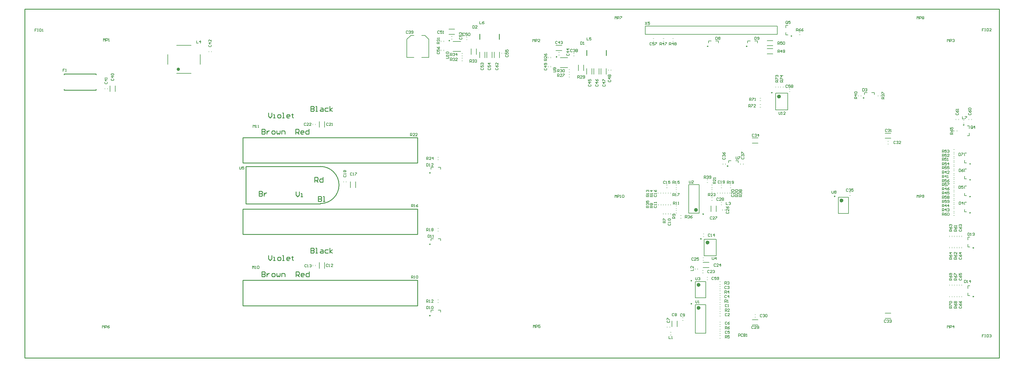
<source format=gto>
G04 Layer_Color=65535*
%FSLAX43Y43*%
%MOMM*%
G71*
G01*
G75*
%ADD28C,0.200*%
%ADD29C,0.500*%
%ADD30C,0.150*%
%ADD31C,0.250*%
%ADD35C,0.254*%
%ADD73C,0.600*%
%ADD74C,0.100*%
D28*
X46750Y96350D02*
X51250D01*
X46750Y87650D02*
X51250D01*
X54000Y90450D02*
Y93550D01*
X44000Y90450D02*
Y93550D01*
X209150Y31450D02*
X212850D01*
X209150Y36550D02*
X212850D01*
Y31450D02*
Y36550D01*
X209150Y31450D02*
Y36550D01*
X234300Y99500D02*
X234900D01*
X234300D02*
Y100300D01*
Y102500D02*
X234900D01*
X234300Y101700D02*
Y102500D01*
X250400Y44500D02*
X253600D01*
X250400Y49500D02*
X253600D01*
Y44500D02*
Y49500D01*
X250400Y44500D02*
Y49500D01*
X231150Y76450D02*
Y81550D01*
X234850Y76450D02*
Y81550D01*
X231150D02*
X234850D01*
X231150Y76450D02*
X234850D01*
X117600Y92600D02*
Y98150D01*
Y92600D02*
X119800D01*
X122200D02*
X124400D01*
Y98150D01*
X118850Y99400D02*
X119800D01*
X117600Y98150D02*
X118850Y99400D01*
X123150D02*
X124400Y98150D01*
X122200Y99400D02*
X123150D01*
X190980Y99730D02*
Y102270D01*
Y99730D02*
X231620D01*
Y102270D01*
X190980D02*
X231620D01*
X204400Y53375D02*
X207600D01*
X204400Y44625D02*
X207600D01*
X204400D02*
Y53375D01*
X207600Y44625D02*
Y53375D01*
X206400Y18500D02*
X209600D01*
X206400Y23500D02*
X209600D01*
Y18500D02*
Y23500D01*
X206400Y18500D02*
Y23500D01*
X144500Y92500D02*
Y94300D01*
X146100Y92500D02*
Y94300D01*
X228500Y97800D02*
X230300D01*
X228500Y96200D02*
X230300D01*
X131850Y94450D02*
X134150D01*
X131850Y97550D02*
X134150D01*
X290700Y68500D02*
Y69300D01*
X290100Y68500D02*
X290700D01*
Y70700D02*
Y71500D01*
X290100D02*
X290700D01*
X290300Y36400D02*
Y37200D01*
X290900D01*
X290300Y34200D02*
Y35000D01*
Y34200D02*
X290900D01*
X200800Y9600D02*
Y11400D01*
X199200Y9600D02*
Y11400D01*
X92300Y27600D02*
Y29400D01*
X90700Y27600D02*
Y29400D01*
X100200Y52500D02*
Y54300D01*
X101800Y52500D02*
Y54300D01*
X92300Y71100D02*
Y72900D01*
X90700Y71100D02*
Y72900D01*
X208800Y27800D02*
X210600D01*
X208800Y29400D02*
X210600D01*
X211200Y45100D02*
Y46900D01*
X212800Y45100D02*
Y46900D01*
X223930Y11770D02*
X225730D01*
X223930Y10170D02*
X225730D01*
X264830Y67670D02*
X266630D01*
X264830Y69270D02*
X266630D01*
X264830Y13770D02*
X266630D01*
X264830Y12170D02*
X266630D01*
X223930Y66170D02*
X225730D01*
X223930Y67770D02*
X225730D01*
X26200Y82100D02*
Y83900D01*
X27800Y82100D02*
Y83900D01*
X163500Y94700D02*
X165300D01*
X163500Y96300D02*
X165300D01*
X173000Y87400D02*
Y89200D01*
X174600Y87400D02*
Y89200D01*
X175200Y87400D02*
Y89200D01*
X176800Y87400D02*
Y89200D01*
X177400Y87400D02*
Y89200D01*
X179000Y87400D02*
Y89200D01*
X130500Y99700D02*
X132300D01*
X130500Y101300D02*
X132300D01*
X140000Y92500D02*
Y94300D01*
X141600Y92500D02*
Y94300D01*
X142200Y92500D02*
Y94300D01*
X143800Y92500D02*
Y94300D01*
X258500Y81200D02*
Y81800D01*
X259300D01*
X261500Y81200D02*
Y81800D01*
X260700D02*
X261500D01*
X289300Y45000D02*
X289900D01*
X289300D02*
Y45800D01*
Y48000D02*
X289900D01*
X289300Y47200D02*
Y48000D01*
Y50000D02*
X289900D01*
X289300D02*
Y50800D01*
Y53000D02*
X289900D01*
X289300Y52200D02*
Y53000D01*
Y55200D02*
X289900D01*
X289300D02*
Y56000D01*
Y58200D02*
X289900D01*
X289300Y57400D02*
Y58200D01*
Y60100D02*
X289900D01*
X289300D02*
Y60900D01*
Y63100D02*
X289900D01*
X289300Y62300D02*
Y63100D01*
X210500Y97100D02*
Y97700D01*
X211300D01*
X213500Y97100D02*
Y97700D01*
X212700D02*
X213500D01*
X222500Y97100D02*
Y97700D01*
X223300D01*
X225500Y97100D02*
Y97700D01*
X224700D02*
X225500D01*
X170400Y88500D02*
Y90300D01*
X172000Y88500D02*
Y90300D01*
X137400Y93500D02*
Y95300D01*
X139000Y93500D02*
Y95300D01*
X228500Y95300D02*
X230300D01*
X228500Y93700D02*
X230300D01*
X206400Y7625D02*
X209600D01*
X206400Y16375D02*
X209600D01*
Y7625D02*
Y16375D01*
X206400Y7625D02*
Y16375D01*
X216630Y60170D02*
Y60770D01*
X217430D01*
X219630Y60170D02*
Y60770D01*
X218830D02*
X219630D01*
X164850Y92550D02*
X167150D01*
X164850Y89450D02*
X167150D01*
X125000Y14100D02*
Y14700D01*
X125800D01*
X128000Y14100D02*
Y14700D01*
X127200D02*
X128000D01*
X125000Y36100D02*
Y36700D01*
X125800D01*
X128000Y36100D02*
Y36700D01*
X127200D02*
X128000D01*
X125000Y58100D02*
Y58700D01*
X125800D01*
X128000Y58100D02*
Y58700D01*
X127200D02*
X128000D01*
X290300Y19200D02*
X290900D01*
X290300D02*
Y20000D01*
Y22200D02*
X290900D01*
X290300Y21400D02*
Y22200D01*
D29*
X47500Y88950D02*
G03*
X47500Y88950I-250J0D01*
G01*
D30*
X52900Y97800D02*
Y97000D01*
X53433D01*
X54100D02*
Y97800D01*
X53700Y97400D01*
X54233D01*
X211600Y31050D02*
Y30383D01*
X211733Y30250D01*
X212000D01*
X212133Y30383D01*
Y31050D01*
X212800Y30250D02*
Y31050D01*
X212400Y30650D01*
X212933D01*
X140016Y103714D02*
Y102915D01*
X140550D01*
X141349Y103714D02*
X141083Y103581D01*
X140816Y103314D01*
Y103048D01*
X140949Y102915D01*
X141216D01*
X141349Y103048D01*
Y103181D01*
X141216Y103314D01*
X140816D01*
X234833Y103133D02*
Y103666D01*
X234700Y103800D01*
X234433D01*
X234300Y103666D01*
Y103133D01*
X234433Y103000D01*
X234700D01*
X234567Y103267D02*
X234833Y103000D01*
X234700D02*
X234833Y103133D01*
X235633Y103800D02*
X235100D01*
Y103400D01*
X235366Y103533D01*
X235500D01*
X235633Y103400D01*
Y103133D01*
X235500Y103000D01*
X235233D01*
X235100Y103133D01*
X248435Y51486D02*
Y50819D01*
X248568Y50686D01*
X248834D01*
X248968Y50819D01*
Y51486D01*
X249234Y51352D02*
X249368Y51486D01*
X249634D01*
X249768Y51352D01*
Y51219D01*
X249634Y51086D01*
X249768Y50952D01*
Y50819D01*
X249634Y50686D01*
X249368D01*
X249234Y50819D01*
Y50952D01*
X249368Y51086D01*
X249234Y51219D01*
Y51352D01*
X249368Y51086D02*
X249634D01*
X137900Y102400D02*
Y101600D01*
X138300D01*
X138433Y101733D01*
Y102266D01*
X138300Y102400D01*
X137900D01*
X139233Y101600D02*
X138700D01*
X139233Y102133D01*
Y102266D01*
X139100Y102400D01*
X138833D01*
X138700Y102266D01*
X233400Y85000D02*
X232600D01*
Y85400D01*
X232734Y85533D01*
X233000D01*
X233133Y85400D01*
Y85000D01*
Y85267D02*
X233400Y85533D01*
X232600Y85800D02*
Y86333D01*
X232734D01*
X233267Y85800D01*
X233400D01*
Y86999D02*
X232600D01*
X233000Y86599D01*
Y87133D01*
X70300Y71000D02*
Y71800D01*
X70567Y71533D01*
X70833Y71800D01*
Y71000D01*
X71100D02*
X71366D01*
X71233D01*
Y71800D01*
X71100Y71666D01*
X71766Y71000D02*
X72033D01*
X71899D01*
Y71800D01*
X71766Y71666D01*
X232100Y75800D02*
Y75133D01*
X232233Y75000D01*
X232500D01*
X232633Y75133D01*
Y75800D01*
X232900Y75000D02*
X233166D01*
X233033D01*
Y75800D01*
X232900Y75666D01*
X234099Y75000D02*
X233566D01*
X234099Y75533D01*
Y75666D01*
X233966Y75800D01*
X233699D01*
X233566Y75666D01*
X12279Y89083D02*
X11746D01*
Y88683D01*
X12013D01*
X11746D01*
Y88283D01*
X12546D02*
X12813D01*
X12679D01*
Y89083D01*
X12546Y88949D01*
X118700Y68400D02*
Y69200D01*
X119100D01*
X119233Y69066D01*
Y68800D01*
X119100Y68667D01*
X118700D01*
X118967D02*
X119233Y68400D01*
X120033D02*
X119500D01*
X120033Y68933D01*
Y69066D01*
X119900Y69200D01*
X119633D01*
X119500Y69066D01*
X120833Y68400D02*
X120299D01*
X120833Y68933D01*
Y69066D01*
X120699Y69200D01*
X120433D01*
X120299Y69066D01*
X215900Y48000D02*
Y47200D01*
X216433D01*
X216700Y47866D02*
X216833Y48000D01*
X217100D01*
X217233Y47866D01*
Y47733D01*
X217100Y47600D01*
X216966D01*
X217100D01*
X217233Y47467D01*
Y47333D01*
X217100Y47200D01*
X216833D01*
X216700Y47333D01*
X117933Y100666D02*
X117800Y100800D01*
X117533D01*
X117400Y100666D01*
Y100133D01*
X117533Y100000D01*
X117800D01*
X117933Y100133D01*
X118200Y100666D02*
X118333Y100800D01*
X118600D01*
X118733Y100666D01*
Y100533D01*
X118600Y100400D01*
X118466D01*
X118600D01*
X118733Y100267D01*
Y100133D01*
X118600Y100000D01*
X118333D01*
X118200Y100133D01*
X118999D02*
X119133Y100000D01*
X119399D01*
X119533Y100133D01*
Y100666D01*
X119399Y100800D01*
X119133D01*
X118999Y100666D01*
Y100533D01*
X119133Y100400D01*
X119533D01*
X191000Y103500D02*
X191533Y102700D01*
Y103500D02*
X191000Y102700D01*
X192333Y103500D02*
X191800D01*
Y103100D01*
X192066Y103233D01*
X192200D01*
X192333Y103100D01*
Y102833D01*
X192200Y102700D01*
X191933D01*
X191800Y102833D01*
X295233Y7200D02*
X294700D01*
Y6800D01*
X294967D01*
X294700D01*
Y6400D01*
X295500Y7200D02*
X295766D01*
X295633D01*
Y6400D01*
X295500D01*
X295766D01*
X296166Y7200D02*
Y6400D01*
X296566D01*
X296699Y6533D01*
Y7066D01*
X296566Y7200D01*
X296166D01*
X296966Y7066D02*
X297099Y7200D01*
X297366D01*
X297499Y7066D01*
Y6933D01*
X297366Y6800D01*
X297233D01*
X297366D01*
X297499Y6667D01*
Y6533D01*
X297366Y6400D01*
X297099D01*
X296966Y6533D01*
X204500Y54600D02*
Y53933D01*
X204633Y53800D01*
X204900D01*
X205033Y53933D01*
Y54600D01*
X205833Y53800D02*
X205300D01*
X205833Y54333D01*
Y54466D01*
X205700Y54600D01*
X205433D01*
X205300Y54466D01*
X206500Y24800D02*
Y24133D01*
X206633Y24000D01*
X206900D01*
X207033Y24133D01*
Y24800D01*
X207300Y24666D02*
X207433Y24800D01*
X207700D01*
X207833Y24666D01*
Y24533D01*
X207700Y24400D01*
X207566D01*
X207700D01*
X207833Y24267D01*
Y24133D01*
X207700Y24000D01*
X207433D01*
X207300Y24133D01*
X145034Y89333D02*
X144900Y89200D01*
Y88933D01*
X145034Y88800D01*
X145567D01*
X145700Y88933D01*
Y89200D01*
X145567Y89333D01*
X144900Y90133D02*
X145034Y89866D01*
X145300Y89600D01*
X145567D01*
X145700Y89733D01*
Y90000D01*
X145567Y90133D01*
X145433D01*
X145300Y90000D01*
Y89600D01*
X145700Y90933D02*
Y90399D01*
X145167Y90933D01*
X145034D01*
X144900Y90799D01*
Y90533D01*
X145034Y90399D01*
X287734Y15833D02*
X287600Y15700D01*
Y15433D01*
X287734Y15300D01*
X288267D01*
X288400Y15433D01*
Y15700D01*
X288267Y15833D01*
X287600Y16633D02*
X287734Y16366D01*
X288000Y16100D01*
X288267D01*
X288400Y16233D01*
Y16500D01*
X288267Y16633D01*
X288133D01*
X288000Y16500D01*
Y16100D01*
X287600Y17433D02*
X287734Y17166D01*
X288000Y16899D01*
X288267D01*
X288400Y17033D01*
Y17299D01*
X288267Y17433D01*
X288133D01*
X288000Y17299D01*
Y16899D01*
X66100Y58900D02*
Y58233D01*
X66233Y58100D01*
X66500D01*
X66633Y58233D01*
Y58900D01*
X67433D02*
X66900D01*
Y58500D01*
X67166Y58633D01*
X67300D01*
X67433Y58500D01*
Y58233D01*
X67300Y58100D01*
X67033D01*
X66900Y58233D01*
X24200Y97600D02*
Y98400D01*
X24467Y98133D01*
X24733Y98400D01*
Y97600D01*
X25000D02*
Y98400D01*
X25400D01*
X25533Y98266D01*
Y98000D01*
X25400Y97867D01*
X25000D01*
X25799Y97600D02*
X26066D01*
X25933D01*
Y98400D01*
X25799Y98266D01*
X181647Y104412D02*
Y105212D01*
X181913Y104945D01*
X182180Y105212D01*
Y104412D01*
X182447D02*
Y105212D01*
X182846D01*
X182980Y105078D01*
Y104812D01*
X182846Y104679D01*
X182447D01*
X183246Y105212D02*
X183779D01*
Y105078D01*
X183246Y104545D01*
Y104412D01*
X231800Y96600D02*
Y97400D01*
X232200D01*
X232333Y97266D01*
Y97000D01*
X232200Y96867D01*
X231800D01*
X232067D02*
X232333Y96600D01*
X233133Y97400D02*
X232600D01*
Y97000D01*
X232866Y97133D01*
X233000D01*
X233133Y97000D01*
Y96733D01*
X233000Y96600D01*
X232733D01*
X232600Y96733D01*
X233399Y97266D02*
X233533Y97400D01*
X233799D01*
X233933Y97266D01*
Y96733D01*
X233799Y96600D01*
X233533D01*
X233399Y96733D01*
Y97266D01*
X129700Y92300D02*
X130367D01*
X130500Y92433D01*
Y92700D01*
X130367Y92833D01*
X129700D01*
X130500Y93100D02*
Y93366D01*
Y93233D01*
X129700D01*
X129834Y93100D01*
Y93766D02*
X129700Y93899D01*
Y94166D01*
X129834Y94299D01*
X130367D01*
X130500Y94166D01*
Y93899D01*
X130367Y93766D01*
X129834D01*
X181647Y49421D02*
Y50221D01*
X181913Y49954D01*
X182180Y50221D01*
Y49421D01*
X182447D02*
Y50221D01*
X182846D01*
X182980Y50087D01*
Y49821D01*
X182846Y49688D01*
X182447D01*
X183246Y49421D02*
X183513D01*
X183380D01*
Y50221D01*
X183246Y50087D01*
X183913D02*
X184046Y50221D01*
X184313D01*
X184446Y50087D01*
Y49554D01*
X184313Y49421D01*
X184046D01*
X183913Y49554D01*
Y50087D01*
X274662Y49421D02*
Y50221D01*
X274928Y49954D01*
X275195Y50221D01*
Y49421D01*
X275461D02*
Y50221D01*
X275861D01*
X275995Y50087D01*
Y49821D01*
X275861Y49688D01*
X275461D01*
X276261Y49554D02*
X276394Y49421D01*
X276661D01*
X276794Y49554D01*
Y50087D01*
X276661Y50221D01*
X276394D01*
X276261Y50087D01*
Y49954D01*
X276394Y49821D01*
X276794D01*
X274636Y104412D02*
Y105212D01*
X274903Y104945D01*
X275169Y105212D01*
Y104412D01*
X275436D02*
Y105212D01*
X275836D01*
X275969Y105078D01*
Y104812D01*
X275836Y104679D01*
X275436D01*
X276236Y105078D02*
X276369Y105212D01*
X276636D01*
X276769Y105078D01*
Y104945D01*
X276636Y104812D01*
X276769Y104679D01*
Y104545D01*
X276636Y104412D01*
X276369D01*
X276236Y104545D01*
Y104679D01*
X276369Y104812D01*
X276236Y104945D01*
Y105078D01*
X276369Y104812D02*
X276636D01*
X23900Y9200D02*
Y10000D01*
X24167Y9733D01*
X24433Y10000D01*
Y9200D01*
X24700D02*
Y10000D01*
X25100D01*
X25233Y9866D01*
Y9600D01*
X25100Y9467D01*
X24700D01*
X26033Y10000D02*
X25766Y9866D01*
X25499Y9600D01*
Y9333D01*
X25633Y9200D01*
X25899D01*
X26033Y9333D01*
Y9467D01*
X25899Y9600D01*
X25499D01*
X156500Y9300D02*
Y10100D01*
X156767Y9833D01*
X157033Y10100D01*
Y9300D01*
X157300D02*
Y10100D01*
X157700D01*
X157833Y9966D01*
Y9700D01*
X157700Y9567D01*
X157300D01*
X158633Y10100D02*
X158099D01*
Y9700D01*
X158366Y9833D01*
X158499D01*
X158633Y9700D01*
Y9433D01*
X158499Y9300D01*
X158233D01*
X158099Y9433D01*
X284000Y9200D02*
Y10000D01*
X284267Y9733D01*
X284533Y10000D01*
Y9200D01*
X284800D02*
Y10000D01*
X285200D01*
X285333Y9866D01*
Y9600D01*
X285200Y9467D01*
X284800D01*
X285999Y9200D02*
Y10000D01*
X285599Y9600D01*
X286133D01*
X284000Y97400D02*
Y98200D01*
X284267Y97933D01*
X284533Y98200D01*
Y97400D01*
X284800D02*
Y98200D01*
X285200D01*
X285333Y98066D01*
Y97800D01*
X285200Y97667D01*
X284800D01*
X285599Y98066D02*
X285733Y98200D01*
X285999D01*
X286133Y98066D01*
Y97933D01*
X285999Y97800D01*
X285866D01*
X285999D01*
X286133Y97667D01*
Y97533D01*
X285999Y97400D01*
X285733D01*
X285599Y97533D01*
X156400Y97400D02*
Y98200D01*
X156667Y97933D01*
X156933Y98200D01*
Y97400D01*
X157200D02*
Y98200D01*
X157600D01*
X157733Y98066D01*
Y97800D01*
X157600Y97667D01*
X157200D01*
X158533Y97400D02*
X157999D01*
X158533Y97933D01*
Y98066D01*
X158399Y98200D01*
X158133D01*
X157999Y98066D01*
X285700Y68900D02*
X284900D01*
Y69300D01*
X285034Y69433D01*
X285300D01*
X285433Y69300D01*
Y68900D01*
Y69167D02*
X285700Y69433D01*
X284900Y70233D02*
X285034Y69966D01*
X285300Y69700D01*
X285567D01*
X285700Y69833D01*
Y70100D01*
X285567Y70233D01*
X285433D01*
X285300Y70100D01*
Y69700D01*
X284900Y71033D02*
Y70499D01*
X285300D01*
X285167Y70766D01*
Y70899D01*
X285300Y71033D01*
X285567D01*
X285700Y70899D01*
Y70633D01*
X285567Y70499D01*
X285400Y30400D02*
X284600D01*
Y30800D01*
X284734Y30933D01*
X285000D01*
X285133Y30800D01*
Y30400D01*
Y30667D02*
X285400Y30933D01*
X284600Y31733D02*
X284734Y31466D01*
X285000Y31200D01*
X285267D01*
X285400Y31333D01*
Y31600D01*
X285267Y31733D01*
X285133D01*
X285000Y31600D01*
Y31200D01*
X285400Y32399D02*
X284600D01*
X285000Y31999D01*
Y32533D01*
X285400Y39000D02*
X284600D01*
Y39400D01*
X284734Y39533D01*
X285000D01*
X285133Y39400D01*
Y39000D01*
Y39267D02*
X285400Y39533D01*
X284600Y40333D02*
X284734Y40066D01*
X285000Y39800D01*
X285267D01*
X285400Y39933D01*
Y40200D01*
X285267Y40333D01*
X285133D01*
X285000Y40200D01*
Y39800D01*
X284734Y40599D02*
X284600Y40733D01*
Y40999D01*
X284734Y41133D01*
X284867D01*
X285000Y40999D01*
Y40866D01*
Y40999D01*
X285133Y41133D01*
X285267D01*
X285400Y40999D01*
Y40733D01*
X285267Y40599D01*
X286900Y30400D02*
X286100D01*
Y30800D01*
X286234Y30933D01*
X286500D01*
X286633Y30800D01*
Y30400D01*
Y30667D02*
X286900Y30933D01*
X286100Y31733D02*
X286234Y31466D01*
X286500Y31200D01*
X286767D01*
X286900Y31333D01*
Y31600D01*
X286767Y31733D01*
X286633D01*
X286500Y31600D01*
Y31200D01*
X286900Y32533D02*
Y31999D01*
X286367Y32533D01*
X286234D01*
X286100Y32399D01*
Y32133D01*
X286234Y31999D01*
X286900Y39000D02*
X286100D01*
Y39400D01*
X286234Y39533D01*
X286500D01*
X286633Y39400D01*
Y39000D01*
Y39267D02*
X286900Y39533D01*
X286100Y40333D02*
X286234Y40066D01*
X286500Y39800D01*
X286767D01*
X286900Y39933D01*
Y40200D01*
X286767Y40333D01*
X286633D01*
X286500Y40200D01*
Y39800D01*
X286900Y40599D02*
Y40866D01*
Y40733D01*
X286100D01*
X286234Y40599D01*
X291733Y70833D02*
Y71366D01*
X291600Y71500D01*
X291333D01*
X291200Y71366D01*
Y70833D01*
X291333Y70700D01*
X291600D01*
X291467Y70967D02*
X291733Y70700D01*
X291600D02*
X291733Y70833D01*
X292400Y70700D02*
Y71500D01*
X292000Y71100D01*
X292533D01*
X288600Y74400D02*
Y73600D01*
X289133D01*
X289400Y74400D02*
X289933D01*
Y74266D01*
X289400Y73733D01*
Y73600D01*
X290300Y38500D02*
Y37700D01*
X290700D01*
X290833Y37833D01*
Y38366D01*
X290700Y38500D01*
X290300D01*
X291100Y37700D02*
X291366D01*
X291233D01*
Y38500D01*
X291100Y38366D01*
X291766D02*
X291899Y38500D01*
X292166D01*
X292299Y38366D01*
Y38233D01*
X292166Y38100D01*
X292033D01*
X292166D01*
X292299Y37967D01*
Y37833D01*
X292166Y37700D01*
X291899D01*
X291766Y37833D01*
X286734Y75433D02*
X286600Y75300D01*
Y75033D01*
X286734Y74900D01*
X287267D01*
X287400Y75033D01*
Y75300D01*
X287267Y75433D01*
X286600Y76233D02*
X286734Y75966D01*
X287000Y75700D01*
X287267D01*
X287400Y75833D01*
Y76100D01*
X287267Y76233D01*
X287133D01*
X287000Y76100D01*
Y75700D01*
X287400Y76499D02*
Y76766D01*
Y76633D01*
X286600D01*
X286734Y76499D01*
X290634Y75433D02*
X290500Y75300D01*
Y75033D01*
X290634Y74900D01*
X291167D01*
X291300Y75033D01*
Y75300D01*
X291167Y75433D01*
X290500Y76233D02*
X290634Y75966D01*
X290900Y75700D01*
X291167D01*
X291300Y75833D01*
Y76100D01*
X291167Y76233D01*
X291033D01*
X290900Y76100D01*
Y75700D01*
X290634Y76499D02*
X290500Y76633D01*
Y76899D01*
X290634Y77033D01*
X291167D01*
X291300Y76899D01*
Y76633D01*
X291167Y76499D01*
X290634D01*
X282400Y43900D02*
Y44700D01*
X282800D01*
X282933Y44566D01*
Y44300D01*
X282800Y44167D01*
X282400D01*
X282667D02*
X282933Y43900D01*
X283733Y44700D02*
X283466Y44566D01*
X283200Y44300D01*
Y44033D01*
X283333Y43900D01*
X283600D01*
X283733Y44033D01*
Y44167D01*
X283600Y44300D01*
X283200D01*
X283999Y44566D02*
X284133Y44700D01*
X284399D01*
X284533Y44566D01*
Y44033D01*
X284399Y43900D01*
X284133D01*
X283999Y44033D01*
Y44566D01*
X282400Y47800D02*
Y48600D01*
X282800D01*
X282933Y48466D01*
Y48200D01*
X282800Y48067D01*
X282400D01*
X282667D02*
X282933Y47800D01*
X283733Y48600D02*
X283200D01*
Y48200D01*
X283466Y48333D01*
X283600D01*
X283733Y48200D01*
Y47933D01*
X283600Y47800D01*
X283333D01*
X283200Y47933D01*
X283999D02*
X284133Y47800D01*
X284399D01*
X284533Y47933D01*
Y48466D01*
X284399Y48600D01*
X284133D01*
X283999Y48466D01*
Y48333D01*
X284133Y48200D01*
X284533D01*
X282400Y49100D02*
Y49900D01*
X282800D01*
X282933Y49766D01*
Y49500D01*
X282800Y49367D01*
X282400D01*
X282667D02*
X282933Y49100D01*
X283733Y49900D02*
X283200D01*
Y49500D01*
X283466Y49633D01*
X283600D01*
X283733Y49500D01*
Y49233D01*
X283600Y49100D01*
X283333D01*
X283200Y49233D01*
X283999Y49766D02*
X284133Y49900D01*
X284399D01*
X284533Y49766D01*
Y49633D01*
X284399Y49500D01*
X284533Y49367D01*
Y49233D01*
X284399Y49100D01*
X284133D01*
X283999Y49233D01*
Y49367D01*
X284133Y49500D01*
X283999Y49633D01*
Y49766D01*
X284133Y49500D02*
X284399D01*
X282400Y53000D02*
Y53800D01*
X282800D01*
X282933Y53666D01*
Y53400D01*
X282800Y53267D01*
X282400D01*
X282667D02*
X282933Y53000D01*
X283733Y53800D02*
X283200D01*
Y53400D01*
X283466Y53533D01*
X283600D01*
X283733Y53400D01*
Y53133D01*
X283600Y53000D01*
X283333D01*
X283200Y53133D01*
X283999Y53800D02*
X284533D01*
Y53666D01*
X283999Y53133D01*
Y53000D01*
X282400Y54200D02*
Y55000D01*
X282800D01*
X282933Y54866D01*
Y54600D01*
X282800Y54467D01*
X282400D01*
X282667D02*
X282933Y54200D01*
X283733Y55000D02*
X283200D01*
Y54600D01*
X283466Y54733D01*
X283600D01*
X283733Y54600D01*
Y54333D01*
X283600Y54200D01*
X283333D01*
X283200Y54333D01*
X284533Y55000D02*
X284266Y54866D01*
X283999Y54600D01*
Y54333D01*
X284133Y54200D01*
X284399D01*
X284533Y54333D01*
Y54467D01*
X284399Y54600D01*
X283999D01*
X282400Y58200D02*
Y59000D01*
X282800D01*
X282933Y58866D01*
Y58600D01*
X282800Y58467D01*
X282400D01*
X282667D02*
X282933Y58200D01*
X283733Y59000D02*
X283200D01*
Y58600D01*
X283466Y58733D01*
X283600D01*
X283733Y58600D01*
Y58333D01*
X283600Y58200D01*
X283333D01*
X283200Y58333D01*
X284533Y59000D02*
X283999D01*
Y58600D01*
X284266Y58733D01*
X284399D01*
X284533Y58600D01*
Y58333D01*
X284399Y58200D01*
X284133D01*
X283999Y58333D01*
X282400Y59400D02*
Y60200D01*
X282800D01*
X282933Y60066D01*
Y59800D01*
X282800Y59667D01*
X282400D01*
X282667D02*
X282933Y59400D01*
X283733Y60200D02*
X283200D01*
Y59800D01*
X283466Y59933D01*
X283600D01*
X283733Y59800D01*
Y59533D01*
X283600Y59400D01*
X283333D01*
X283200Y59533D01*
X284399Y59400D02*
Y60200D01*
X283999Y59800D01*
X284533D01*
X282400Y63300D02*
Y64100D01*
X282800D01*
X282933Y63966D01*
Y63700D01*
X282800Y63567D01*
X282400D01*
X282667D02*
X282933Y63300D01*
X283733Y64100D02*
X283200D01*
Y63700D01*
X283466Y63833D01*
X283600D01*
X283733Y63700D01*
Y63433D01*
X283600Y63300D01*
X283333D01*
X283200Y63433D01*
X283999Y63966D02*
X284133Y64100D01*
X284399D01*
X284533Y63966D01*
Y63833D01*
X284399Y63700D01*
X284266D01*
X284399D01*
X284533Y63567D01*
Y63433D01*
X284399Y63300D01*
X284133D01*
X283999Y63433D01*
X282400Y62000D02*
Y62800D01*
X282800D01*
X282933Y62666D01*
Y62400D01*
X282800Y62267D01*
X282400D01*
X282667D02*
X282933Y62000D01*
X283733Y62800D02*
X283200D01*
Y62400D01*
X283466Y62533D01*
X283600D01*
X283733Y62400D01*
Y62133D01*
X283600Y62000D01*
X283333D01*
X283200Y62133D01*
X284533Y62000D02*
X283999D01*
X284533Y62533D01*
Y62666D01*
X284399Y62800D01*
X284133D01*
X283999Y62666D01*
X282400Y60800D02*
Y61600D01*
X282800D01*
X282933Y61466D01*
Y61200D01*
X282800Y61067D01*
X282400D01*
X282667D02*
X282933Y60800D01*
X283733Y61600D02*
X283200D01*
Y61200D01*
X283466Y61333D01*
X283600D01*
X283733Y61200D01*
Y60933D01*
X283600Y60800D01*
X283333D01*
X283200Y60933D01*
X283999Y60800D02*
X284266D01*
X284133D01*
Y61600D01*
X283999Y61466D01*
X282400Y56800D02*
Y57600D01*
X282800D01*
X282933Y57466D01*
Y57200D01*
X282800Y57067D01*
X282400D01*
X282667D02*
X282933Y56800D01*
X283600D02*
Y57600D01*
X283200Y57200D01*
X283733D01*
X284533Y56800D02*
X283999D01*
X284533Y57333D01*
Y57466D01*
X284399Y57600D01*
X284133D01*
X283999Y57466D01*
X282400Y55500D02*
Y56300D01*
X282800D01*
X282933Y56166D01*
Y55900D01*
X282800Y55767D01*
X282400D01*
X282667D02*
X282933Y55500D01*
X283600D02*
Y56300D01*
X283200Y55900D01*
X283733D01*
X283999Y55500D02*
X284266D01*
X284133D01*
Y56300D01*
X283999Y56166D01*
X216133Y16366D02*
X216000Y16500D01*
X215733D01*
X215600Y16366D01*
Y15833D01*
X215733Y15700D01*
X216000D01*
X216133Y15833D01*
X216400Y15700D02*
X216666D01*
X216533D01*
Y16500D01*
X216400Y16366D01*
X216133Y13566D02*
X216000Y13700D01*
X215733D01*
X215600Y13566D01*
Y13033D01*
X215733Y12900D01*
X216000D01*
X216133Y13033D01*
X216933Y12900D02*
X216400D01*
X216933Y13433D01*
Y13566D01*
X216800Y13700D01*
X216533D01*
X216400Y13566D01*
X216033Y21966D02*
X215900Y22100D01*
X215633D01*
X215500Y21966D01*
Y21433D01*
X215633Y21300D01*
X215900D01*
X216033Y21433D01*
X216300Y21966D02*
X216433Y22100D01*
X216700D01*
X216833Y21966D01*
Y21833D01*
X216700Y21700D01*
X216566D01*
X216700D01*
X216833Y21567D01*
Y21433D01*
X216700Y21300D01*
X216433D01*
X216300Y21433D01*
X216033Y19166D02*
X215900Y19300D01*
X215633D01*
X215500Y19166D01*
Y18633D01*
X215633Y18500D01*
X215900D01*
X216033Y18633D01*
X216700Y18500D02*
Y19300D01*
X216300Y18900D01*
X216833D01*
X216133Y8166D02*
X216000Y8300D01*
X215733D01*
X215600Y8166D01*
Y7633D01*
X215733Y7500D01*
X216000D01*
X216133Y7633D01*
X216933Y8300D02*
X216400D01*
Y7900D01*
X216666Y8033D01*
X216800D01*
X216933Y7900D01*
Y7633D01*
X216800Y7500D01*
X216533D01*
X216400Y7633D01*
X216133Y10966D02*
X216000Y11100D01*
X215733D01*
X215600Y10966D01*
Y10433D01*
X215733Y10300D01*
X216000D01*
X216133Y10433D01*
X216933Y11100D02*
X216666Y10966D01*
X216400Y10700D01*
Y10433D01*
X216533Y10300D01*
X216800D01*
X216933Y10433D01*
Y10567D01*
X216800Y10700D01*
X216400D01*
X197834Y11433D02*
X197700Y11300D01*
Y11033D01*
X197834Y10900D01*
X198367D01*
X198500Y11033D01*
Y11300D01*
X198367Y11433D01*
X197700Y11700D02*
Y12233D01*
X197834D01*
X198367Y11700D01*
X198500D01*
X199833Y13566D02*
X199700Y13700D01*
X199433D01*
X199300Y13566D01*
Y13033D01*
X199433Y12900D01*
X199700D01*
X199833Y13033D01*
X200100Y13566D02*
X200233Y13700D01*
X200500D01*
X200633Y13566D01*
Y13433D01*
X200500Y13300D01*
X200633Y13167D01*
Y13033D01*
X200500Y12900D01*
X200233D01*
X200100Y13033D01*
Y13167D01*
X200233Y13300D01*
X200100Y13433D01*
Y13566D01*
X200233Y13300D02*
X200500D01*
X202333Y13466D02*
X202200Y13600D01*
X201933D01*
X201800Y13466D01*
Y12933D01*
X201933Y12800D01*
X202200D01*
X202333Y12933D01*
X202600D02*
X202733Y12800D01*
X203000D01*
X203133Y12933D01*
Y13466D01*
X203000Y13600D01*
X202733D01*
X202600Y13466D01*
Y13333D01*
X202733Y13200D01*
X203133D01*
X198134Y41433D02*
X198000Y41300D01*
Y41033D01*
X198134Y40900D01*
X198667D01*
X198800Y41033D01*
Y41300D01*
X198667Y41433D01*
X198800Y41700D02*
Y41966D01*
Y41833D01*
X198000D01*
X198134Y41700D01*
Y42366D02*
X198000Y42499D01*
Y42766D01*
X198134Y42899D01*
X198667D01*
X198800Y42766D01*
Y42499D01*
X198667Y42366D01*
X198134D01*
X193834Y46833D02*
X193700Y46700D01*
Y46433D01*
X193834Y46300D01*
X194367D01*
X194500Y46433D01*
Y46700D01*
X194367Y46833D01*
X194500Y47100D02*
Y47366D01*
Y47233D01*
X193700D01*
X193834Y47100D01*
X194500Y47766D02*
Y48033D01*
Y47899D01*
X193700D01*
X193834Y47766D01*
X93333Y28766D02*
X93200Y28900D01*
X92933D01*
X92800Y28766D01*
Y28233D01*
X92933Y28100D01*
X93200D01*
X93333Y28233D01*
X93600Y28100D02*
X93866D01*
X93733D01*
Y28900D01*
X93600Y28766D01*
X94799Y28100D02*
X94266D01*
X94799Y28633D01*
Y28766D01*
X94666Y28900D01*
X94399D01*
X94266Y28766D01*
X86733Y28666D02*
X86600Y28800D01*
X86333D01*
X86200Y28666D01*
Y28133D01*
X86333Y28000D01*
X86600D01*
X86733Y28133D01*
X87000Y28000D02*
X87266D01*
X87133D01*
Y28800D01*
X87000Y28666D01*
X87666D02*
X87799Y28800D01*
X88066D01*
X88199Y28666D01*
Y28533D01*
X88066Y28400D01*
X87933D01*
X88066D01*
X88199Y28267D01*
Y28133D01*
X88066Y28000D01*
X87799D01*
X87666Y28133D01*
X210933Y38066D02*
X210800Y38200D01*
X210533D01*
X210400Y38066D01*
Y37533D01*
X210533Y37400D01*
X210800D01*
X210933Y37533D01*
X211200Y37400D02*
X211466D01*
X211333D01*
Y38200D01*
X211200Y38066D01*
X212266Y37400D02*
Y38200D01*
X211866Y37800D01*
X212399D01*
X197133Y54366D02*
X197000Y54500D01*
X196733D01*
X196600Y54366D01*
Y53833D01*
X196733Y53700D01*
X197000D01*
X197133Y53833D01*
X197400Y53700D02*
X197666D01*
X197533D01*
Y54500D01*
X197400Y54366D01*
X198599Y54500D02*
X198066D01*
Y54100D01*
X198333Y54233D01*
X198466D01*
X198599Y54100D01*
Y53833D01*
X198466Y53700D01*
X198199D01*
X198066Y53833D01*
X193834Y50233D02*
X193700Y50100D01*
Y49833D01*
X193834Y49700D01*
X194367D01*
X194500Y49833D01*
Y50100D01*
X194367Y50233D01*
X194500Y50500D02*
Y50766D01*
Y50633D01*
X193700D01*
X193834Y50500D01*
X193700Y51699D02*
X193834Y51433D01*
X194100Y51166D01*
X194367D01*
X194500Y51299D01*
Y51566D01*
X194367Y51699D01*
X194233D01*
X194100Y51566D01*
Y51166D01*
X100726Y56919D02*
X100592Y57053D01*
X100326D01*
X100193Y56919D01*
Y56386D01*
X100326Y56253D01*
X100592D01*
X100726Y56386D01*
X100992Y56253D02*
X101259D01*
X101126D01*
Y57053D01*
X100992Y56919D01*
X101659Y57053D02*
X102192D01*
Y56919D01*
X101659Y56386D01*
Y56253D01*
X98234Y56333D02*
X98100Y56200D01*
Y55933D01*
X98234Y55800D01*
X98767D01*
X98900Y55933D01*
Y56200D01*
X98767Y56333D01*
X98900Y56600D02*
Y56866D01*
Y56733D01*
X98100D01*
X98234Y56600D01*
Y57266D02*
X98100Y57399D01*
Y57666D01*
X98234Y57799D01*
X98367D01*
X98500Y57666D01*
X98633Y57799D01*
X98767D01*
X98900Y57666D01*
Y57399D01*
X98767Y57266D01*
X98633D01*
X98500Y57399D01*
X98367Y57266D01*
X98234D01*
X98500Y57399D02*
Y57666D01*
X213933Y54466D02*
X213800Y54600D01*
X213533D01*
X213400Y54466D01*
Y53933D01*
X213533Y53800D01*
X213800D01*
X213933Y53933D01*
X214200Y53800D02*
X214466D01*
X214333D01*
Y54600D01*
X214200Y54466D01*
X214866Y53933D02*
X214999Y53800D01*
X215266D01*
X215399Y53933D01*
Y54466D01*
X215266Y54600D01*
X214999D01*
X214866Y54466D01*
Y54333D01*
X214999Y54200D01*
X215399D01*
X217634Y50233D02*
X217500Y50100D01*
Y49833D01*
X217634Y49700D01*
X218167D01*
X218300Y49833D01*
Y50100D01*
X218167Y50233D01*
X218300Y51033D02*
Y50500D01*
X217767Y51033D01*
X217634D01*
X217500Y50900D01*
Y50633D01*
X217634Y50500D01*
Y51299D02*
X217500Y51433D01*
Y51699D01*
X217634Y51833D01*
X218167D01*
X218300Y51699D01*
Y51433D01*
X218167Y51299D01*
X217634D01*
X93433Y72266D02*
X93300Y72400D01*
X93033D01*
X92900Y72266D01*
Y71733D01*
X93033Y71600D01*
X93300D01*
X93433Y71733D01*
X94233Y71600D02*
X93700D01*
X94233Y72133D01*
Y72266D01*
X94100Y72400D01*
X93833D01*
X93700Y72266D01*
X94499Y71600D02*
X94766D01*
X94633D01*
Y72400D01*
X94499Y72266D01*
X86533D02*
X86400Y72400D01*
X86133D01*
X86000Y72266D01*
Y71733D01*
X86133Y71600D01*
X86400D01*
X86533Y71733D01*
X87333Y71600D02*
X86800D01*
X87333Y72133D01*
Y72266D01*
X87200Y72400D01*
X86933D01*
X86800Y72266D01*
X88133Y71600D02*
X87599D01*
X88133Y72133D01*
Y72266D01*
X87999Y72400D01*
X87733D01*
X87599Y72266D01*
X210733Y26866D02*
X210600Y27000D01*
X210333D01*
X210200Y26866D01*
Y26333D01*
X210333Y26200D01*
X210600D01*
X210733Y26333D01*
X211533Y26200D02*
X211000D01*
X211533Y26733D01*
Y26866D01*
X211400Y27000D01*
X211133D01*
X211000Y26866D01*
X211799D02*
X211933Y27000D01*
X212199D01*
X212333Y26866D01*
Y26733D01*
X212199Y26600D01*
X212066D01*
X212199D01*
X212333Y26467D01*
Y26333D01*
X212199Y26200D01*
X211933D01*
X211799Y26333D01*
X212733Y28866D02*
X212600Y29000D01*
X212333D01*
X212200Y28866D01*
Y28333D01*
X212333Y28200D01*
X212600D01*
X212733Y28333D01*
X213533Y28200D02*
X213000D01*
X213533Y28733D01*
Y28866D01*
X213400Y29000D01*
X213133D01*
X213000Y28866D01*
X214199Y28200D02*
Y29000D01*
X213799Y28600D01*
X214333D01*
X205833Y30716D02*
X205700Y30850D01*
X205433D01*
X205300Y30716D01*
Y30183D01*
X205433Y30050D01*
X205700D01*
X205833Y30183D01*
X206633Y30050D02*
X206100D01*
X206633Y30583D01*
Y30716D01*
X206500Y30850D01*
X206233D01*
X206100Y30716D01*
X207433Y30850D02*
X206899D01*
Y30450D01*
X207166Y30583D01*
X207299D01*
X207433Y30450D01*
Y30183D01*
X207299Y30050D01*
X207033D01*
X206899Y30183D01*
X216034Y45033D02*
X215900Y44900D01*
Y44633D01*
X216034Y44500D01*
X216567D01*
X216700Y44633D01*
Y44900D01*
X216567Y45033D01*
X216700Y45833D02*
Y45300D01*
X216167Y45833D01*
X216034D01*
X215900Y45700D01*
Y45433D01*
X216034Y45300D01*
X215900Y46633D02*
X216034Y46366D01*
X216300Y46099D01*
X216567D01*
X216700Y46233D01*
Y46499D01*
X216567Y46633D01*
X216433D01*
X216300Y46499D01*
Y46099D01*
X211533Y43366D02*
X211400Y43500D01*
X211133D01*
X211000Y43366D01*
Y42833D01*
X211133Y42700D01*
X211400D01*
X211533Y42833D01*
X212333Y42700D02*
X211800D01*
X212333Y43233D01*
Y43366D01*
X212200Y43500D01*
X211933D01*
X211800Y43366D01*
X212599Y43500D02*
X213133D01*
Y43366D01*
X212599Y42833D01*
Y42700D01*
X213533Y49166D02*
X213400Y49300D01*
X213133D01*
X213000Y49166D01*
Y48633D01*
X213133Y48500D01*
X213400D01*
X213533Y48633D01*
X214333Y48500D02*
X213800D01*
X214333Y49033D01*
Y49166D01*
X214200Y49300D01*
X213933D01*
X213800Y49166D01*
X214599D02*
X214733Y49300D01*
X214999D01*
X215133Y49166D01*
Y49033D01*
X214999Y48900D01*
X215133Y48767D01*
Y48633D01*
X214999Y48500D01*
X214733D01*
X214599Y48633D01*
Y48767D01*
X214733Y48900D01*
X214599Y49033D01*
Y49166D01*
X214733Y48900D02*
X214999D01*
X224333Y9666D02*
X224200Y9800D01*
X223933D01*
X223800Y9666D01*
Y9133D01*
X223933Y9000D01*
X224200D01*
X224333Y9133D01*
X225133Y9000D02*
X224600D01*
X225133Y9533D01*
Y9666D01*
X225000Y9800D01*
X224733D01*
X224600Y9666D01*
X225399Y9133D02*
X225533Y9000D01*
X225799D01*
X225933Y9133D01*
Y9666D01*
X225799Y9800D01*
X225533D01*
X225399Y9666D01*
Y9533D01*
X225533Y9400D01*
X225933D01*
X226933Y13266D02*
X226800Y13400D01*
X226533D01*
X226400Y13266D01*
Y12733D01*
X226533Y12600D01*
X226800D01*
X226933Y12733D01*
X227200Y13266D02*
X227333Y13400D01*
X227600D01*
X227733Y13266D01*
Y13133D01*
X227600Y13000D01*
X227466D01*
X227600D01*
X227733Y12867D01*
Y12733D01*
X227600Y12600D01*
X227333D01*
X227200Y12733D01*
X227999Y13266D02*
X228133Y13400D01*
X228399D01*
X228533Y13266D01*
Y12733D01*
X228399Y12600D01*
X228133D01*
X227999Y12733D01*
Y13266D01*
X265433Y70366D02*
X265300Y70500D01*
X265033D01*
X264900Y70366D01*
Y69833D01*
X265033Y69700D01*
X265300D01*
X265433Y69833D01*
X265700Y70366D02*
X265833Y70500D01*
X266100D01*
X266233Y70366D01*
Y70233D01*
X266100Y70100D01*
X265966D01*
X266100D01*
X266233Y69967D01*
Y69833D01*
X266100Y69700D01*
X265833D01*
X265700Y69833D01*
X266499Y69700D02*
X266766D01*
X266633D01*
Y70500D01*
X266499Y70366D01*
X268033Y66666D02*
X267900Y66800D01*
X267633D01*
X267500Y66666D01*
Y66133D01*
X267633Y66000D01*
X267900D01*
X268033Y66133D01*
X268300Y66666D02*
X268433Y66800D01*
X268700D01*
X268833Y66666D01*
Y66533D01*
X268700Y66400D01*
X268566D01*
X268700D01*
X268833Y66267D01*
Y66133D01*
X268700Y66000D01*
X268433D01*
X268300Y66133D01*
X269633Y66000D02*
X269099D01*
X269633Y66533D01*
Y66666D01*
X269499Y66800D01*
X269233D01*
X269099Y66666D01*
X265133Y11566D02*
X265000Y11700D01*
X264733D01*
X264600Y11566D01*
Y11033D01*
X264733Y10900D01*
X265000D01*
X265133Y11033D01*
X265400Y11566D02*
X265533Y11700D01*
X265800D01*
X265933Y11566D01*
Y11433D01*
X265800Y11300D01*
X265666D01*
X265800D01*
X265933Y11167D01*
Y11033D01*
X265800Y10900D01*
X265533D01*
X265400Y11033D01*
X266199Y11566D02*
X266333Y11700D01*
X266599D01*
X266733Y11566D01*
Y11433D01*
X266599Y11300D01*
X266466D01*
X266599D01*
X266733Y11167D01*
Y11033D01*
X266599Y10900D01*
X266333D01*
X266199Y11033D01*
X224433Y68866D02*
X224300Y69000D01*
X224033D01*
X223900Y68866D01*
Y68333D01*
X224033Y68200D01*
X224300D01*
X224433Y68333D01*
X224700Y68866D02*
X224833Y69000D01*
X225100D01*
X225233Y68866D01*
Y68733D01*
X225100Y68600D01*
X224966D01*
X225100D01*
X225233Y68467D01*
Y68333D01*
X225100Y68200D01*
X224833D01*
X224700Y68333D01*
X225899Y68200D02*
Y69000D01*
X225499Y68600D01*
X226033D01*
X253433Y51966D02*
X253300Y52100D01*
X253033D01*
X252900Y51966D01*
Y51433D01*
X253033Y51300D01*
X253300D01*
X253433Y51433D01*
X253700Y51966D02*
X253833Y52100D01*
X254100D01*
X254233Y51966D01*
Y51833D01*
X254100Y51700D01*
X253966D01*
X254100D01*
X254233Y51567D01*
Y51433D01*
X254100Y51300D01*
X253833D01*
X253700Y51433D01*
X255033Y52100D02*
X254499D01*
Y51700D01*
X254766Y51833D01*
X254899D01*
X255033Y51700D01*
Y51433D01*
X254899Y51300D01*
X254633D01*
X254499Y51433D01*
X214934Y61733D02*
X214800Y61600D01*
Y61333D01*
X214934Y61200D01*
X215467D01*
X215600Y61333D01*
Y61600D01*
X215467Y61733D01*
X214934Y62000D02*
X214800Y62133D01*
Y62400D01*
X214934Y62533D01*
X215067D01*
X215200Y62400D01*
Y62266D01*
Y62400D01*
X215333Y62533D01*
X215467D01*
X215600Y62400D01*
Y62133D01*
X215467Y62000D01*
X214800Y63333D02*
X214934Y63066D01*
X215200Y62799D01*
X215467D01*
X215600Y62933D01*
Y63199D01*
X215467Y63333D01*
X215333D01*
X215200Y63199D01*
Y62799D01*
X220734Y61833D02*
X220600Y61700D01*
Y61433D01*
X220734Y61300D01*
X221267D01*
X221400Y61433D01*
Y61700D01*
X221267Y61833D01*
X220734Y62100D02*
X220600Y62233D01*
Y62500D01*
X220734Y62633D01*
X220867D01*
X221000Y62500D01*
Y62366D01*
Y62500D01*
X221133Y62633D01*
X221267D01*
X221400Y62500D01*
Y62233D01*
X221267Y62100D01*
X220600Y62899D02*
Y63433D01*
X220734D01*
X221267Y62899D01*
X221400D01*
X168533Y94966D02*
X168400Y95100D01*
X168133D01*
X168000Y94966D01*
Y94433D01*
X168133Y94300D01*
X168400D01*
X168533Y94433D01*
X168800Y94966D02*
X168933Y95100D01*
X169200D01*
X169333Y94966D01*
Y94833D01*
X169200Y94700D01*
X169066D01*
X169200D01*
X169333Y94567D01*
Y94433D01*
X169200Y94300D01*
X168933D01*
X168800Y94433D01*
X169599Y94966D02*
X169733Y95100D01*
X169999D01*
X170133Y94966D01*
Y94833D01*
X169999Y94700D01*
X170133Y94567D01*
Y94433D01*
X169999Y94300D01*
X169733D01*
X169599Y94433D01*
Y94567D01*
X169733Y94700D01*
X169599Y94833D01*
Y94966D01*
X169733Y94700D02*
X169999D01*
X26734Y86033D02*
X26600Y85900D01*
Y85633D01*
X26734Y85500D01*
X27267D01*
X27400Y85633D01*
Y85900D01*
X27267Y86033D01*
X27400Y86700D02*
X26600D01*
X27000Y86300D01*
Y86833D01*
X26734Y87099D02*
X26600Y87233D01*
Y87499D01*
X26734Y87633D01*
X27267D01*
X27400Y87499D01*
Y87233D01*
X27267Y87099D01*
X26734D01*
X24734Y85033D02*
X24600Y84900D01*
Y84633D01*
X24734Y84500D01*
X25267D01*
X25400Y84633D01*
Y84900D01*
X25267Y85033D01*
X25400Y85700D02*
X24600D01*
X25000Y85300D01*
Y85833D01*
X25400Y86099D02*
Y86366D01*
Y86233D01*
X24600D01*
X24734Y86099D01*
X56734Y96433D02*
X56600Y96300D01*
Y96033D01*
X56734Y95900D01*
X57267D01*
X57400Y96033D01*
Y96300D01*
X57267Y96433D01*
X57400Y97100D02*
X56600D01*
X57000Y96700D01*
Y97233D01*
X57400Y98033D02*
Y97499D01*
X56867Y98033D01*
X56734D01*
X56600Y97899D01*
Y97633D01*
X56734Y97499D01*
X163933Y97466D02*
X163800Y97600D01*
X163533D01*
X163400Y97466D01*
Y96933D01*
X163533Y96800D01*
X163800D01*
X163933Y96933D01*
X164600Y96800D02*
Y97600D01*
X164200Y97200D01*
X164733D01*
X164999Y97466D02*
X165133Y97600D01*
X165399D01*
X165533Y97466D01*
Y97333D01*
X165399Y97200D01*
X165266D01*
X165399D01*
X165533Y97067D01*
Y96933D01*
X165399Y96800D01*
X165133D01*
X164999Y96933D01*
X166934Y93733D02*
X166800Y93600D01*
Y93333D01*
X166934Y93200D01*
X167467D01*
X167600Y93333D01*
Y93600D01*
X167467Y93733D01*
X167600Y94400D02*
X166800D01*
X167200Y94000D01*
Y94533D01*
X167600Y95199D02*
X166800D01*
X167200Y94799D01*
Y95333D01*
X173634Y84233D02*
X173500Y84100D01*
Y83833D01*
X173634Y83700D01*
X174167D01*
X174300Y83833D01*
Y84100D01*
X174167Y84233D01*
X174300Y84900D02*
X173500D01*
X173900Y84500D01*
Y85033D01*
X173500Y85833D02*
Y85299D01*
X173900D01*
X173767Y85566D01*
Y85699D01*
X173900Y85833D01*
X174167D01*
X174300Y85699D01*
Y85433D01*
X174167Y85299D01*
X175834Y84233D02*
X175700Y84100D01*
Y83833D01*
X175834Y83700D01*
X176367D01*
X176500Y83833D01*
Y84100D01*
X176367Y84233D01*
X176500Y84900D02*
X175700D01*
X176100Y84500D01*
Y85033D01*
X175700Y85833D02*
X175834Y85566D01*
X176100Y85299D01*
X176367D01*
X176500Y85433D01*
Y85699D01*
X176367Y85833D01*
X176233D01*
X176100Y85699D01*
Y85299D01*
X178034Y84233D02*
X177900Y84100D01*
Y83833D01*
X178034Y83700D01*
X178567D01*
X178700Y83833D01*
Y84100D01*
X178567Y84233D01*
X178700Y84900D02*
X177900D01*
X178300Y84500D01*
Y85033D01*
X177900Y85299D02*
Y85833D01*
X178034D01*
X178567Y85299D01*
X178700D01*
X179734Y85633D02*
X179600Y85500D01*
Y85233D01*
X179734Y85100D01*
X180267D01*
X180400Y85233D01*
Y85500D01*
X180267Y85633D01*
X180400Y86300D02*
X179600D01*
X180000Y85900D01*
Y86433D01*
X179734Y86699D02*
X179600Y86833D01*
Y87099D01*
X179734Y87233D01*
X179867D01*
X180000Y87099D01*
X180133Y87233D01*
X180267D01*
X180400Y87099D01*
Y86833D01*
X180267Y86699D01*
X180133D01*
X180000Y86833D01*
X179867Y86699D01*
X179734D01*
X180000Y86833D02*
Y87099D01*
X160034Y89233D02*
X159900Y89100D01*
Y88833D01*
X160034Y88700D01*
X160567D01*
X160700Y88833D01*
Y89100D01*
X160567Y89233D01*
X160700Y89900D02*
X159900D01*
X160300Y89500D01*
Y90033D01*
X160567Y90299D02*
X160700Y90433D01*
Y90699D01*
X160567Y90833D01*
X160034D01*
X159900Y90699D01*
Y90433D01*
X160034Y90299D01*
X160167D01*
X160300Y90433D01*
Y90833D01*
X135433Y99966D02*
X135300Y100100D01*
X135033D01*
X134900Y99966D01*
Y99433D01*
X135033Y99300D01*
X135300D01*
X135433Y99433D01*
X136233Y100100D02*
X135700D01*
Y99700D01*
X135966Y99833D01*
X136100D01*
X136233Y99700D01*
Y99433D01*
X136100Y99300D01*
X135833D01*
X135700Y99433D01*
X136500Y99966D02*
X136633Y100100D01*
X136899D01*
X137033Y99966D01*
Y99433D01*
X136899Y99300D01*
X136633D01*
X136500Y99433D01*
Y99966D01*
X127633Y100666D02*
X127500Y100800D01*
X127233D01*
X127100Y100666D01*
Y100133D01*
X127233Y100000D01*
X127500D01*
X127633Y100133D01*
X128433Y100800D02*
X127900D01*
Y100400D01*
X128166Y100533D01*
X128300D01*
X128433Y100400D01*
Y100133D01*
X128300Y100000D01*
X128033D01*
X127900Y100133D01*
X128700Y100000D02*
X128966D01*
X128833D01*
Y100800D01*
X128700Y100666D01*
X133934Y98733D02*
X133800Y98600D01*
Y98333D01*
X133934Y98200D01*
X134467D01*
X134600Y98333D01*
Y98600D01*
X134467Y98733D01*
X133800Y99533D02*
Y99000D01*
X134200D01*
X134067Y99266D01*
Y99400D01*
X134200Y99533D01*
X134467D01*
X134600Y99400D01*
Y99133D01*
X134467Y99000D01*
X134600Y100333D02*
Y99799D01*
X134067Y100333D01*
X133934D01*
X133800Y100199D01*
Y99933D01*
X133934Y99799D01*
X140534Y89333D02*
X140400Y89200D01*
Y88933D01*
X140534Y88800D01*
X141067D01*
X141200Y88933D01*
Y89200D01*
X141067Y89333D01*
X140400Y90133D02*
Y89600D01*
X140800D01*
X140667Y89866D01*
Y90000D01*
X140800Y90133D01*
X141067D01*
X141200Y90000D01*
Y89733D01*
X141067Y89600D01*
X140534Y90399D02*
X140400Y90533D01*
Y90799D01*
X140534Y90933D01*
X140667D01*
X140800Y90799D01*
Y90666D01*
Y90799D01*
X140933Y90933D01*
X141067D01*
X141200Y90799D01*
Y90533D01*
X141067Y90399D01*
X142734Y89333D02*
X142600Y89200D01*
Y88933D01*
X142734Y88800D01*
X143267D01*
X143400Y88933D01*
Y89200D01*
X143267Y89333D01*
X142600Y90133D02*
Y89600D01*
X143000D01*
X142867Y89866D01*
Y90000D01*
X143000Y90133D01*
X143267D01*
X143400Y90000D01*
Y89733D01*
X143267Y89600D01*
X143400Y90799D02*
X142600D01*
X143000Y90399D01*
Y90933D01*
X148134Y93333D02*
X148000Y93200D01*
Y92933D01*
X148134Y92800D01*
X148667D01*
X148800Y92933D01*
Y93200D01*
X148667Y93333D01*
X148000Y94133D02*
Y93600D01*
X148400D01*
X148267Y93866D01*
Y94000D01*
X148400Y94133D01*
X148667D01*
X148800Y94000D01*
Y93733D01*
X148667Y93600D01*
X148000Y94933D02*
Y94399D01*
X148400D01*
X148267Y94666D01*
Y94799D01*
X148400Y94933D01*
X148667D01*
X148800Y94799D01*
Y94533D01*
X148667Y94399D01*
X127034Y94233D02*
X126900Y94100D01*
Y93833D01*
X127034Y93700D01*
X127567D01*
X127700Y93833D01*
Y94100D01*
X127567Y94233D01*
X126900Y95033D02*
Y94500D01*
X127300D01*
X127167Y94766D01*
Y94900D01*
X127300Y95033D01*
X127567D01*
X127700Y94900D01*
Y94633D01*
X127567Y94500D01*
X126900Y95833D02*
X127034Y95566D01*
X127300Y95299D01*
X127567D01*
X127700Y95433D01*
Y95699D01*
X127567Y95833D01*
X127433D01*
X127300Y95699D01*
Y95299D01*
X192933Y97066D02*
X192800Y97200D01*
X192533D01*
X192400Y97066D01*
Y96533D01*
X192533Y96400D01*
X192800D01*
X192933Y96533D01*
X193733Y97200D02*
X193200D01*
Y96800D01*
X193466Y96933D01*
X193600D01*
X193733Y96800D01*
Y96533D01*
X193600Y96400D01*
X193333D01*
X193200Y96533D01*
X193999Y97200D02*
X194533D01*
Y97066D01*
X193999Y96533D01*
Y96400D01*
X234833Y83966D02*
X234700Y84100D01*
X234433D01*
X234300Y83966D01*
Y83433D01*
X234433Y83300D01*
X234700D01*
X234833Y83433D01*
X235633Y84100D02*
X235100D01*
Y83700D01*
X235366Y83833D01*
X235500D01*
X235633Y83700D01*
Y83433D01*
X235500Y83300D01*
X235233D01*
X235100Y83433D01*
X235899Y83966D02*
X236033Y84100D01*
X236299D01*
X236433Y83966D01*
Y83833D01*
X236299Y83700D01*
X236433Y83567D01*
Y83433D01*
X236299Y83300D01*
X236033D01*
X235899Y83433D01*
Y83567D01*
X236033Y83700D01*
X235899Y83833D01*
Y83966D01*
X236033Y83700D02*
X236299D01*
X171100Y97400D02*
Y96600D01*
X171500D01*
X171633Y96733D01*
Y97266D01*
X171500Y97400D01*
X171100D01*
X171900Y96600D02*
X172166D01*
X172033D01*
Y97400D01*
X171900Y97266D01*
X257900Y83000D02*
Y82200D01*
X258300D01*
X258433Y82333D01*
Y82866D01*
X258300Y83000D01*
X257900D01*
X258700Y82866D02*
X258833Y83000D01*
X259100D01*
X259233Y82866D01*
Y82733D01*
X259100Y82600D01*
X258966D01*
X259100D01*
X259233Y82467D01*
Y82333D01*
X259100Y82200D01*
X258833D01*
X258700Y82333D01*
X287600Y48100D02*
Y47300D01*
X288000D01*
X288133Y47433D01*
Y47966D01*
X288000Y48100D01*
X287600D01*
X288800Y47300D02*
Y48100D01*
X288400Y47700D01*
X288933D01*
X287500Y53000D02*
Y52200D01*
X287900D01*
X288033Y52333D01*
Y52866D01*
X287900Y53000D01*
X287500D01*
X288833D02*
X288300D01*
Y52600D01*
X288566Y52733D01*
X288700D01*
X288833Y52600D01*
Y52333D01*
X288700Y52200D01*
X288433D01*
X288300Y52333D01*
X287600Y58200D02*
Y57400D01*
X288000D01*
X288133Y57533D01*
Y58066D01*
X288000Y58200D01*
X287600D01*
X288933D02*
X288666Y58066D01*
X288400Y57800D01*
Y57533D01*
X288533Y57400D01*
X288800D01*
X288933Y57533D01*
Y57667D01*
X288800Y57800D01*
X288400D01*
X287500Y63100D02*
Y62300D01*
X287900D01*
X288033Y62433D01*
Y62966D01*
X287900Y63100D01*
X287500D01*
X288300D02*
X288833D01*
Y62966D01*
X288300Y62433D01*
Y62300D01*
X212700Y98900D02*
Y98100D01*
X213100D01*
X213233Y98233D01*
Y98766D01*
X213100Y98900D01*
X212700D01*
X213500Y98766D02*
X213633Y98900D01*
X213900D01*
X214033Y98766D01*
Y98633D01*
X213900Y98500D01*
X214033Y98367D01*
Y98233D01*
X213900Y98100D01*
X213633D01*
X213500Y98233D01*
Y98367D01*
X213633Y98500D01*
X213500Y98633D01*
Y98766D01*
X213633Y98500D02*
X213900D01*
X224700Y98900D02*
Y98100D01*
X225100D01*
X225233Y98233D01*
Y98766D01*
X225100Y98900D01*
X224700D01*
X225500Y98233D02*
X225633Y98100D01*
X225900D01*
X226033Y98233D01*
Y98766D01*
X225900Y98900D01*
X225633D01*
X225500Y98766D01*
Y98633D01*
X225633Y98500D01*
X226033D01*
X3633Y101400D02*
X3100D01*
Y101000D01*
X3367D01*
X3100D01*
Y100600D01*
X3900Y101400D02*
X4166D01*
X4033D01*
Y100600D01*
X3900D01*
X4166D01*
X4566Y101400D02*
Y100600D01*
X4966D01*
X5099Y100733D01*
Y101266D01*
X4966Y101400D01*
X4566D01*
X5366Y100600D02*
X5633D01*
X5499D01*
Y101400D01*
X5366Y101266D01*
X295233Y101500D02*
X294700D01*
Y101100D01*
X294967D01*
X294700D01*
Y100700D01*
X295500Y101500D02*
X295766D01*
X295633D01*
Y100700D01*
X295500D01*
X295766D01*
X296166Y101500D02*
Y100700D01*
X296566D01*
X296699Y100833D01*
Y101366D01*
X296566Y101500D01*
X296166D01*
X297499Y100700D02*
X296966D01*
X297499Y101233D01*
Y101366D01*
X297366Y101500D01*
X297099D01*
X296966Y101366D01*
X198300Y6700D02*
Y5900D01*
X198833D01*
X199100D02*
X199366D01*
X199233D01*
Y6700D01*
X199100Y6566D01*
X205000Y26900D02*
X205800D01*
Y27433D01*
Y28233D02*
Y27700D01*
X205267Y28233D01*
X205134D01*
X205000Y28100D01*
Y27833D01*
X205134Y27700D01*
X173023Y98708D02*
Y97908D01*
X173556D01*
X174356Y98708D02*
X173823D01*
Y98308D01*
X174089Y98441D01*
X174223D01*
X174356Y98308D01*
Y98041D01*
X174223Y97908D01*
X173956D01*
X173823Y98041D01*
X219685Y6602D02*
Y7402D01*
X220085D01*
X220218Y7269D01*
Y7002D01*
X220085Y6869D01*
X219685D01*
X221018Y7269D02*
X220885Y7402D01*
X220618D01*
X220485Y7269D01*
Y6735D01*
X220618Y6602D01*
X220885D01*
X221018Y6735D01*
X221285Y7402D02*
Y6602D01*
X221685D01*
X221818Y6735D01*
Y6869D01*
X221685Y7002D01*
X221285D01*
X221685D01*
X221818Y7135D01*
Y7269D01*
X221685Y7402D01*
X221285D01*
X222084Y6602D02*
X222351D01*
X222218D01*
Y7402D01*
X222084Y7269D01*
X215500Y17100D02*
Y17900D01*
X215900D01*
X216033Y17766D01*
Y17500D01*
X215900Y17367D01*
X215500D01*
X215767D02*
X216033Y17100D01*
X216300D02*
X216566D01*
X216433D01*
Y17900D01*
X216300Y17766D01*
X215600Y14300D02*
Y15100D01*
X216000D01*
X216133Y14966D01*
Y14700D01*
X216000Y14567D01*
X215600D01*
X215867D02*
X216133Y14300D01*
X216933D02*
X216400D01*
X216933Y14833D01*
Y14966D01*
X216800Y15100D01*
X216533D01*
X216400Y14966D01*
X215500Y22700D02*
Y23500D01*
X215900D01*
X216033Y23366D01*
Y23100D01*
X215900Y22967D01*
X215500D01*
X215767D02*
X216033Y22700D01*
X216300Y23366D02*
X216433Y23500D01*
X216700D01*
X216833Y23366D01*
Y23233D01*
X216700Y23100D01*
X216566D01*
X216700D01*
X216833Y22967D01*
Y22833D01*
X216700Y22700D01*
X216433D01*
X216300Y22833D01*
X215500Y19900D02*
Y20700D01*
X215900D01*
X216033Y20566D01*
Y20300D01*
X215900Y20167D01*
X215500D01*
X215767D02*
X216033Y19900D01*
X216700D02*
Y20700D01*
X216300Y20300D01*
X216833D01*
X215600Y6100D02*
Y6900D01*
X216000D01*
X216133Y6766D01*
Y6500D01*
X216000Y6367D01*
X215600D01*
X215867D02*
X216133Y6100D01*
X216933Y6900D02*
X216400D01*
Y6500D01*
X216666Y6633D01*
X216800D01*
X216933Y6500D01*
Y6233D01*
X216800Y6100D01*
X216533D01*
X216400Y6233D01*
X215600Y8900D02*
Y9700D01*
X216000D01*
X216133Y9566D01*
Y9300D01*
X216000Y9167D01*
X215600D01*
X215867D02*
X216133Y8900D01*
X216933Y9700D02*
X216666Y9566D01*
X216400Y9300D01*
Y9033D01*
X216533Y8900D01*
X216800D01*
X216933Y9033D01*
Y9167D01*
X216800Y9300D01*
X216400D01*
X197300Y41600D02*
X196500D01*
Y42000D01*
X196634Y42133D01*
X196900D01*
X197033Y42000D01*
Y41600D01*
Y41867D02*
X197300Y42133D01*
X196500Y42400D02*
Y42933D01*
X196634D01*
X197167Y42400D01*
X197300D01*
X193300Y46300D02*
X192500D01*
Y46700D01*
X192634Y46833D01*
X192900D01*
X193033Y46700D01*
Y46300D01*
Y46567D02*
X193300Y46833D01*
X192634Y47100D02*
X192500Y47233D01*
Y47500D01*
X192634Y47633D01*
X192767D01*
X192900Y47500D01*
X193033Y47633D01*
X193167D01*
X193300Y47500D01*
Y47233D01*
X193167Y47100D01*
X193033D01*
X192900Y47233D01*
X192767Y47100D01*
X192634D01*
X192900Y47233D02*
Y47500D01*
X200200Y43000D02*
X199400D01*
Y43400D01*
X199534Y43533D01*
X199800D01*
X199933Y43400D01*
Y43000D01*
Y43267D02*
X200200Y43533D01*
X200067Y43800D02*
X200200Y43933D01*
Y44200D01*
X200067Y44333D01*
X199534D01*
X199400Y44200D01*
Y43933D01*
X199534Y43800D01*
X199667D01*
X199800Y43933D01*
Y44333D01*
X119000Y24500D02*
Y25300D01*
X119400D01*
X119533Y25166D01*
Y24900D01*
X119400Y24767D01*
X119000D01*
X119267D02*
X119533Y24500D01*
X119800D02*
X120066D01*
X119933D01*
Y25300D01*
X119800Y25166D01*
X120466D02*
X120599Y25300D01*
X120866D01*
X120999Y25166D01*
Y24633D01*
X120866Y24500D01*
X120599D01*
X120466Y24633D01*
Y25166D01*
X199600Y47300D02*
Y48100D01*
X200000D01*
X200133Y47966D01*
Y47700D01*
X200000Y47567D01*
X199600D01*
X199867D02*
X200133Y47300D01*
X200400D02*
X200666D01*
X200533D01*
Y48100D01*
X200400Y47966D01*
X201066Y47300D02*
X201333D01*
X201199D01*
Y48100D01*
X201066Y47966D01*
X123700Y17100D02*
Y17900D01*
X124100D01*
X124233Y17766D01*
Y17500D01*
X124100Y17367D01*
X123700D01*
X123967D02*
X124233Y17100D01*
X124500D02*
X124766D01*
X124633D01*
Y17900D01*
X124500Y17766D01*
X125699Y17100D02*
X125166D01*
X125699Y17633D01*
Y17766D01*
X125566Y17900D01*
X125299D01*
X125166Y17766D01*
X192100Y49700D02*
X191300D01*
Y50100D01*
X191434Y50233D01*
X191700D01*
X191833Y50100D01*
Y49700D01*
Y49967D02*
X192100Y50233D01*
Y50500D02*
Y50766D01*
Y50633D01*
X191300D01*
X191434Y50500D01*
Y51166D02*
X191300Y51299D01*
Y51566D01*
X191434Y51699D01*
X191567D01*
X191700Y51566D01*
Y51433D01*
Y51566D01*
X191833Y51699D01*
X191967D01*
X192100Y51566D01*
Y51299D01*
X191967Y51166D01*
X193300Y49700D02*
X192500D01*
Y50100D01*
X192634Y50233D01*
X192900D01*
X193033Y50100D01*
Y49700D01*
Y49967D02*
X193300Y50233D01*
Y50500D02*
Y50766D01*
Y50633D01*
X192500D01*
X192634Y50500D01*
X193300Y51566D02*
X192500D01*
X192900Y51166D01*
Y51699D01*
X199500Y53700D02*
Y54500D01*
X199900D01*
X200033Y54366D01*
Y54100D01*
X199900Y53967D01*
X199500D01*
X199767D02*
X200033Y53700D01*
X200300D02*
X200566D01*
X200433D01*
Y54500D01*
X200300Y54366D01*
X201499Y54500D02*
X200966D01*
Y54100D01*
X201233Y54233D01*
X201366D01*
X201499Y54100D01*
Y53833D01*
X201366Y53700D01*
X201099D01*
X200966Y53833D01*
X119000Y46500D02*
Y47300D01*
X119400D01*
X119533Y47166D01*
Y46900D01*
X119400Y46767D01*
X119000D01*
X119267D02*
X119533Y46500D01*
X119800D02*
X120066D01*
X119933D01*
Y47300D01*
X119800Y47166D01*
X120999Y47300D02*
X120733Y47166D01*
X120466Y46900D01*
Y46633D01*
X120599Y46500D01*
X120866D01*
X120999Y46633D01*
Y46767D01*
X120866Y46900D01*
X120466D01*
X199500Y49900D02*
Y50700D01*
X199900D01*
X200033Y50566D01*
Y50300D01*
X199900Y50167D01*
X199500D01*
X199767D02*
X200033Y49900D01*
X200300D02*
X200566D01*
X200433D01*
Y50700D01*
X200300Y50566D01*
X200966Y50700D02*
X201499D01*
Y50566D01*
X200966Y50033D01*
Y49900D01*
X123700Y39100D02*
Y39900D01*
X124100D01*
X124233Y39766D01*
Y39500D01*
X124100Y39367D01*
X123700D01*
X123967D02*
X124233Y39100D01*
X124500D02*
X124766D01*
X124633D01*
Y39900D01*
X124500Y39766D01*
X125166D02*
X125299Y39900D01*
X125566D01*
X125699Y39766D01*
Y39633D01*
X125566Y39500D01*
X125699Y39367D01*
Y39233D01*
X125566Y39100D01*
X125299D01*
X125166Y39233D01*
Y39367D01*
X125299Y39500D01*
X125166Y39633D01*
Y39766D01*
X125299Y39500D02*
X125566D01*
X216200Y53700D02*
Y54500D01*
X216600D01*
X216733Y54366D01*
Y54100D01*
X216600Y53967D01*
X216200D01*
X216467D02*
X216733Y53700D01*
X217000D02*
X217266D01*
X217133D01*
Y54500D01*
X217000Y54366D01*
X217666Y53833D02*
X217799Y53700D01*
X218066D01*
X218199Y53833D01*
Y54366D01*
X218066Y54500D01*
X217799D01*
X217666Y54366D01*
Y54233D01*
X217799Y54100D01*
X218199D01*
X219500Y49700D02*
X218700D01*
Y50100D01*
X218834Y50233D01*
X219100D01*
X219233Y50100D01*
Y49700D01*
Y49967D02*
X219500Y50233D01*
Y51033D02*
Y50500D01*
X218967Y51033D01*
X218834D01*
X218700Y50900D01*
Y50633D01*
X218834Y50500D01*
Y51299D02*
X218700Y51433D01*
Y51699D01*
X218834Y51833D01*
X219367D01*
X219500Y51699D01*
Y51433D01*
X219367Y51299D01*
X218834D01*
X212700Y53700D02*
X211900D01*
Y54100D01*
X212034Y54233D01*
X212300D01*
X212433Y54100D01*
Y53700D01*
Y53967D02*
X212700Y54233D01*
Y55033D02*
Y54500D01*
X212167Y55033D01*
X212034D01*
X211900Y54900D01*
Y54633D01*
X212034Y54500D01*
X212700Y55299D02*
Y55566D01*
Y55433D01*
X211900D01*
X212034Y55299D01*
X210400Y49900D02*
Y50700D01*
X210800D01*
X210933Y50566D01*
Y50300D01*
X210800Y50167D01*
X210400D01*
X210667D02*
X210933Y49900D01*
X211733D02*
X211200D01*
X211733Y50433D01*
Y50566D01*
X211600Y50700D01*
X211333D01*
X211200Y50566D01*
X211999D02*
X212133Y50700D01*
X212399D01*
X212533Y50566D01*
Y50433D01*
X212399Y50300D01*
X212266D01*
X212399D01*
X212533Y50167D01*
Y50033D01*
X212399Y49900D01*
X212133D01*
X211999Y50033D01*
X123700Y61100D02*
Y61900D01*
X124100D01*
X124233Y61766D01*
Y61500D01*
X124100Y61367D01*
X123700D01*
X123967D02*
X124233Y61100D01*
X125033D02*
X124500D01*
X125033Y61633D01*
Y61766D01*
X124900Y61900D01*
X124633D01*
X124500Y61766D01*
X125699Y61100D02*
Y61900D01*
X125299Y61500D01*
X125833D01*
X160700Y91600D02*
X159900D01*
Y92000D01*
X160034Y92133D01*
X160300D01*
X160433Y92000D01*
Y91600D01*
Y91867D02*
X160700Y92133D01*
Y92933D02*
Y92400D01*
X160167Y92933D01*
X160034D01*
X159900Y92800D01*
Y92533D01*
X160034Y92400D01*
X159900Y93733D02*
X160034Y93466D01*
X160300Y93199D01*
X160567D01*
X160700Y93333D01*
Y93599D01*
X160567Y93733D01*
X160433D01*
X160300Y93599D01*
Y93199D01*
X164000Y86700D02*
Y87500D01*
X164400D01*
X164533Y87366D01*
Y87100D01*
X164400Y86967D01*
X164000D01*
X164267D02*
X164533Y86700D01*
X165333D02*
X164800D01*
X165333Y87233D01*
Y87366D01*
X165200Y87500D01*
X164933D01*
X164800Y87366D01*
X165599Y87500D02*
X166133D01*
Y87366D01*
X165599Y86833D01*
Y86700D01*
X170200Y86200D02*
Y87000D01*
X170600D01*
X170733Y86866D01*
Y86600D01*
X170600Y86467D01*
X170200D01*
X170467D02*
X170733Y86200D01*
X171533D02*
X171000D01*
X171533Y86733D01*
Y86866D01*
X171400Y87000D01*
X171133D01*
X171000Y86866D01*
X171799Y86333D02*
X171933Y86200D01*
X172199D01*
X172333Y86333D01*
Y86866D01*
X172199Y87000D01*
X171933D01*
X171799Y86866D01*
Y86733D01*
X171933Y86600D01*
X172333D01*
X164000Y88100D02*
Y88900D01*
X164400D01*
X164533Y88766D01*
Y88500D01*
X164400Y88367D01*
X164000D01*
X164267D02*
X164533Y88100D01*
X164800Y88766D02*
X164933Y88900D01*
X165200D01*
X165333Y88766D01*
Y88633D01*
X165200Y88500D01*
X165066D01*
X165200D01*
X165333Y88367D01*
Y88233D01*
X165200Y88100D01*
X164933D01*
X164800Y88233D01*
X165599Y88766D02*
X165733Y88900D01*
X165999D01*
X166133Y88766D01*
Y88233D01*
X165999Y88100D01*
X165733D01*
X165599Y88233D01*
Y88766D01*
X127700Y96800D02*
X126900D01*
Y97200D01*
X127034Y97333D01*
X127300D01*
X127433Y97200D01*
Y96800D01*
Y97067D02*
X127700Y97333D01*
X127034Y97600D02*
X126900Y97733D01*
Y98000D01*
X127034Y98133D01*
X127167D01*
X127300Y98000D01*
Y97866D01*
Y98000D01*
X127433Y98133D01*
X127567D01*
X127700Y98000D01*
Y97733D01*
X127567Y97600D01*
X127700Y98399D02*
Y98666D01*
Y98533D01*
X126900D01*
X127034Y98399D01*
X131000Y91600D02*
Y92400D01*
X131400D01*
X131533Y92266D01*
Y92000D01*
X131400Y91867D01*
X131000D01*
X131267D02*
X131533Y91600D01*
X131800Y92266D02*
X131933Y92400D01*
X132200D01*
X132333Y92266D01*
Y92133D01*
X132200Y92000D01*
X132066D01*
X132200D01*
X132333Y91867D01*
Y91733D01*
X132200Y91600D01*
X131933D01*
X131800Y91733D01*
X133133Y91600D02*
X132599D01*
X133133Y92133D01*
Y92266D01*
X132999Y92400D01*
X132733D01*
X132599Y92266D01*
X137000Y91100D02*
Y91900D01*
X137400D01*
X137533Y91766D01*
Y91500D01*
X137400Y91367D01*
X137000D01*
X137267D02*
X137533Y91100D01*
X137800Y91766D02*
X137933Y91900D01*
X138200D01*
X138333Y91766D01*
Y91633D01*
X138200Y91500D01*
X138066D01*
X138200D01*
X138333Y91367D01*
Y91233D01*
X138200Y91100D01*
X137933D01*
X137800Y91233D01*
X138600Y91766D02*
X138733Y91900D01*
X138999D01*
X139133Y91766D01*
Y91633D01*
X138999Y91500D01*
X138866D01*
X138999D01*
X139133Y91367D01*
Y91233D01*
X138999Y91100D01*
X138733D01*
X138600Y91233D01*
X131000Y93100D02*
Y93900D01*
X131400D01*
X131533Y93766D01*
Y93500D01*
X131400Y93367D01*
X131000D01*
X131267D02*
X131533Y93100D01*
X131800Y93766D02*
X131933Y93900D01*
X132200D01*
X132333Y93766D01*
Y93633D01*
X132200Y93500D01*
X132066D01*
X132200D01*
X132333Y93367D01*
Y93233D01*
X132200Y93100D01*
X131933D01*
X131800Y93233D01*
X132999Y93100D02*
Y93900D01*
X132599Y93500D01*
X133133D01*
X264600Y79800D02*
X263800D01*
Y80200D01*
X263934Y80333D01*
X264200D01*
X264333Y80200D01*
Y79800D01*
Y80067D02*
X264600Y80333D01*
X263934Y80600D02*
X263800Y80733D01*
Y81000D01*
X263934Y81133D01*
X264067D01*
X264200Y81000D01*
Y80866D01*
Y81000D01*
X264333Y81133D01*
X264467D01*
X264600Y81000D01*
Y80733D01*
X264467Y80600D01*
X263800Y81399D02*
Y81933D01*
X263934D01*
X264467Y81399D01*
X264600D01*
X256200Y79900D02*
X255400D01*
Y80300D01*
X255534Y80433D01*
X255800D01*
X255933Y80300D01*
Y79900D01*
Y80167D02*
X256200Y80433D01*
Y81100D02*
X255400D01*
X255800Y80700D01*
Y81233D01*
X255534Y81499D02*
X255400Y81633D01*
Y81899D01*
X255534Y82033D01*
X256067D01*
X256200Y81899D01*
Y81633D01*
X256067Y81499D01*
X255534D01*
X282400Y45200D02*
Y46000D01*
X282800D01*
X282933Y45866D01*
Y45600D01*
X282800Y45467D01*
X282400D01*
X282667D02*
X282933Y45200D01*
X283600D02*
Y46000D01*
X283200Y45600D01*
X283733D01*
X283999Y45866D02*
X284133Y46000D01*
X284399D01*
X284533Y45866D01*
Y45733D01*
X284399Y45600D01*
X284266D01*
X284399D01*
X284533Y45467D01*
Y45333D01*
X284399Y45200D01*
X284133D01*
X283999Y45333D01*
X282400Y46500D02*
Y47300D01*
X282800D01*
X282933Y47166D01*
Y46900D01*
X282800Y46767D01*
X282400D01*
X282667D02*
X282933Y46500D01*
X283600D02*
Y47300D01*
X283200Y46900D01*
X283733D01*
X284399Y46500D02*
Y47300D01*
X283999Y46900D01*
X284533D01*
X282400Y50400D02*
Y51200D01*
X282800D01*
X282933Y51066D01*
Y50800D01*
X282800Y50667D01*
X282400D01*
X282667D02*
X282933Y50400D01*
X283600D02*
Y51200D01*
X283200Y50800D01*
X283733D01*
X284533Y51200D02*
X283999D01*
Y50800D01*
X284266Y50933D01*
X284399D01*
X284533Y50800D01*
Y50533D01*
X284399Y50400D01*
X284133D01*
X283999Y50533D01*
X282400Y51700D02*
Y52500D01*
X282800D01*
X282933Y52366D01*
Y52100D01*
X282800Y51967D01*
X282400D01*
X282667D02*
X282933Y51700D01*
X283600D02*
Y52500D01*
X283200Y52100D01*
X283733D01*
X284533Y52500D02*
X284266Y52366D01*
X283999Y52100D01*
Y51833D01*
X284133Y51700D01*
X284399D01*
X284533Y51833D01*
Y51967D01*
X284399Y52100D01*
X283999D01*
X195500Y96400D02*
Y97200D01*
X195900D01*
X196033Y97066D01*
Y96800D01*
X195900Y96667D01*
X195500D01*
X195767D02*
X196033Y96400D01*
X196700D02*
Y97200D01*
X196300Y96800D01*
X196833D01*
X197099Y97200D02*
X197633D01*
Y97066D01*
X197099Y96533D01*
Y96400D01*
X198400D02*
Y97200D01*
X198800D01*
X198933Y97066D01*
Y96800D01*
X198800Y96667D01*
X198400D01*
X198667D02*
X198933Y96400D01*
X199600D02*
Y97200D01*
X199200Y96800D01*
X199733D01*
X199999Y97066D02*
X200133Y97200D01*
X200399D01*
X200533Y97066D01*
Y96933D01*
X200399Y96800D01*
X200533Y96667D01*
Y96533D01*
X200399Y96400D01*
X200133D01*
X199999Y96533D01*
Y96667D01*
X200133Y96800D01*
X199999Y96933D01*
Y97066D01*
X200133Y96800D02*
X200399D01*
X231800Y94100D02*
Y94900D01*
X232200D01*
X232333Y94766D01*
Y94500D01*
X232200Y94367D01*
X231800D01*
X232067D02*
X232333Y94100D01*
X233000D02*
Y94900D01*
X232600Y94500D01*
X233133D01*
X233399Y94233D02*
X233533Y94100D01*
X233799D01*
X233933Y94233D01*
Y94766D01*
X233799Y94900D01*
X233533D01*
X233399Y94766D01*
Y94633D01*
X233533Y94500D01*
X233933D01*
X206500Y17700D02*
Y17033D01*
X206633Y16900D01*
X206900D01*
X207033Y17033D01*
Y17700D01*
X207300Y16900D02*
X207566D01*
X207433D01*
Y17700D01*
X207300Y17566D01*
X218900Y62000D02*
Y61333D01*
X219033Y61200D01*
X219300D01*
X219433Y61333D01*
Y62000D01*
X219700D02*
X220233D01*
Y61866D01*
X219700Y61333D01*
Y61200D01*
X162700Y88100D02*
X163367D01*
X163500Y88233D01*
Y88500D01*
X163367Y88633D01*
X162700D01*
X163367Y88900D02*
X163500Y89033D01*
Y89300D01*
X163367Y89433D01*
X162834D01*
X162700Y89300D01*
Y89033D01*
X162834Y88900D01*
X162967D01*
X163100Y89033D01*
Y89433D01*
X70100Y27500D02*
Y28300D01*
X70367Y28033D01*
X70633Y28300D01*
Y27500D01*
X70900D02*
X71166D01*
X71033D01*
Y28300D01*
X70900Y28166D01*
X71566D02*
X71699Y28300D01*
X71966D01*
X72099Y28166D01*
Y27633D01*
X71966Y27500D01*
X71699D01*
X71566Y27633D01*
Y28166D01*
X212033Y24766D02*
X211900Y24900D01*
X211633D01*
X211500Y24766D01*
Y24233D01*
X211633Y24100D01*
X211900D01*
X212033Y24233D01*
X212833Y24900D02*
X212300D01*
Y24500D01*
X212566Y24633D01*
X212700D01*
X212833Y24500D01*
Y24233D01*
X212700Y24100D01*
X212433D01*
X212300Y24233D01*
X213099D02*
X213233Y24100D01*
X213499D01*
X213633Y24233D01*
Y24766D01*
X213499Y24900D01*
X213233D01*
X213099Y24766D01*
Y24633D01*
X213233Y24500D01*
X213633D01*
X123700Y15900D02*
Y15100D01*
X124100D01*
X124233Y15233D01*
Y15766D01*
X124100Y15900D01*
X123700D01*
X124500Y15100D02*
X124766D01*
X124633D01*
Y15900D01*
X124500Y15766D01*
X125166D02*
X125299Y15900D01*
X125566D01*
X125699Y15766D01*
Y15233D01*
X125566Y15100D01*
X125299D01*
X125166Y15233D01*
Y15766D01*
X124100Y37900D02*
Y37100D01*
X124500D01*
X124633Y37233D01*
Y37766D01*
X124500Y37900D01*
X124100D01*
X124900Y37100D02*
X125166D01*
X125033D01*
Y37900D01*
X124900Y37766D01*
X125566Y37100D02*
X125833D01*
X125699D01*
Y37900D01*
X125566Y37766D01*
X123700Y59900D02*
Y59100D01*
X124100D01*
X124233Y59233D01*
Y59766D01*
X124100Y59900D01*
X123700D01*
X124500Y59100D02*
X124766D01*
X124633D01*
Y59900D01*
X124500Y59766D01*
X125699Y59100D02*
X125166D01*
X125699Y59633D01*
Y59766D01*
X125566Y59900D01*
X125299D01*
X125166Y59766D01*
X192100Y46300D02*
X191300D01*
Y46700D01*
X191434Y46833D01*
X191700D01*
X191833Y46700D01*
Y46300D01*
Y46567D02*
X192100Y46833D01*
X191434Y47100D02*
X191300Y47233D01*
Y47500D01*
X191434Y47633D01*
X191567D01*
X191700Y47500D01*
Y47366D01*
Y47500D01*
X191833Y47633D01*
X191967D01*
X192100Y47500D01*
Y47233D01*
X191967Y47100D01*
X191300Y48433D02*
Y47899D01*
X191700D01*
X191567Y48166D01*
Y48299D01*
X191700Y48433D01*
X191967D01*
X192100Y48299D01*
Y48033D01*
X191967Y47899D01*
X203300Y43100D02*
Y43900D01*
X203700D01*
X203833Y43766D01*
Y43500D01*
X203700Y43367D01*
X203300D01*
X203567D02*
X203833Y43100D01*
X204100Y43766D02*
X204233Y43900D01*
X204500D01*
X204633Y43766D01*
Y43633D01*
X204500Y43500D01*
X204366D01*
X204500D01*
X204633Y43367D01*
Y43233D01*
X204500Y43100D01*
X204233D01*
X204100Y43233D01*
X205433Y43900D02*
X205166Y43766D01*
X204899Y43500D01*
Y43233D01*
X205033Y43100D01*
X205299D01*
X205433Y43233D01*
Y43367D01*
X205299Y43500D01*
X204899D01*
X220700Y49700D02*
X219900D01*
Y50100D01*
X220034Y50233D01*
X220300D01*
X220433Y50100D01*
Y49700D01*
Y49967D02*
X220700Y50233D01*
X220034Y50500D02*
X219900Y50633D01*
Y50900D01*
X220034Y51033D01*
X220167D01*
X220300Y50900D01*
Y50766D01*
Y50900D01*
X220433Y51033D01*
X220567D01*
X220700Y50900D01*
Y50633D01*
X220567Y50500D01*
X220034Y51299D02*
X219900Y51433D01*
Y51699D01*
X220034Y51833D01*
X220167D01*
X220300Y51699D01*
X220433Y51833D01*
X220567D01*
X220700Y51699D01*
Y51433D01*
X220567Y51299D01*
X220433D01*
X220300Y51433D01*
X220167Y51299D01*
X220034D01*
X220300Y51433D02*
Y51699D01*
X209100Y55300D02*
Y56100D01*
X209500D01*
X209633Y55966D01*
Y55700D01*
X209500Y55567D01*
X209100D01*
X209367D02*
X209633Y55300D01*
X209900Y55966D02*
X210033Y56100D01*
X210300D01*
X210433Y55966D01*
Y55833D01*
X210300Y55700D01*
X210166D01*
X210300D01*
X210433Y55567D01*
Y55433D01*
X210300Y55300D01*
X210033D01*
X209900Y55433D01*
X210699D02*
X210833Y55300D01*
X211099D01*
X211233Y55433D01*
Y55966D01*
X211099Y56100D01*
X210833D01*
X210699Y55966D01*
Y55833D01*
X210833Y55700D01*
X211233D01*
X287734Y39533D02*
X287600Y39400D01*
Y39133D01*
X287734Y39000D01*
X288267D01*
X288400Y39133D01*
Y39400D01*
X288267Y39533D01*
X287600Y40333D02*
X287734Y40066D01*
X288000Y39800D01*
X288267D01*
X288400Y39933D01*
Y40200D01*
X288267Y40333D01*
X288133D01*
X288000Y40200D01*
Y39800D01*
X287734Y40599D02*
X287600Y40733D01*
Y40999D01*
X287734Y41133D01*
X287867D01*
X288000Y40999D01*
Y40866D01*
Y40999D01*
X288133Y41133D01*
X288267D01*
X288400Y40999D01*
Y40733D01*
X288267Y40599D01*
X287734Y30933D02*
X287600Y30800D01*
Y30533D01*
X287734Y30400D01*
X288267D01*
X288400Y30533D01*
Y30800D01*
X288267Y30933D01*
X287600Y31733D02*
X287734Y31466D01*
X288000Y31200D01*
X288267D01*
X288400Y31333D01*
Y31600D01*
X288267Y31733D01*
X288133D01*
X288000Y31600D01*
Y31200D01*
X288400Y32399D02*
X287600D01*
X288000Y31999D01*
Y32533D01*
X287734Y24473D02*
X287600Y24340D01*
Y24073D01*
X287734Y23940D01*
X288267D01*
X288400Y24073D01*
Y24340D01*
X288267Y24473D01*
X287600Y25273D02*
X287734Y25006D01*
X288000Y24740D01*
X288267D01*
X288400Y24873D01*
Y25140D01*
X288267Y25273D01*
X288133D01*
X288000Y25140D01*
Y24740D01*
X287600Y26073D02*
Y25539D01*
X288000D01*
X287867Y25806D01*
Y25939D01*
X288000Y26073D01*
X288267D01*
X288400Y25939D01*
Y25673D01*
X288267Y25539D01*
X289234Y23965D02*
Y23165D01*
X289634D01*
X289767Y23299D01*
Y23832D01*
X289634Y23965D01*
X289234D01*
X290034Y23165D02*
X290300D01*
X290167D01*
Y23965D01*
X290034Y23832D01*
X291100Y23165D02*
Y23965D01*
X290700Y23565D01*
X291233D01*
X237500Y100700D02*
Y101500D01*
X237900D01*
X238033Y101366D01*
Y101100D01*
X237900Y100967D01*
X237500D01*
X237767D02*
X238033Y100700D01*
X238833Y101500D02*
X238566Y101366D01*
X238300Y101100D01*
Y100833D01*
X238433Y100700D01*
X238700D01*
X238833Y100833D01*
Y100967D01*
X238700Y101100D01*
X238300D01*
X239633Y101500D02*
X239366Y101366D01*
X239099Y101100D01*
Y100833D01*
X239233Y100700D01*
X239499D01*
X239633Y100833D01*
Y100967D01*
X239499Y101100D01*
X239099D01*
X286900Y23940D02*
X286100D01*
Y24340D01*
X286234Y24473D01*
X286500D01*
X286633Y24340D01*
Y23940D01*
Y24207D02*
X286900Y24473D01*
X286100Y25273D02*
X286234Y25006D01*
X286500Y24740D01*
X286767D01*
X286900Y24873D01*
Y25140D01*
X286767Y25273D01*
X286633D01*
X286500Y25140D01*
Y24740D01*
X286100Y25539D02*
Y26073D01*
X286234D01*
X286767Y25539D01*
X286900D01*
Y15300D02*
X286100D01*
Y15700D01*
X286234Y15833D01*
X286500D01*
X286633Y15700D01*
Y15300D01*
Y15567D02*
X286900Y15833D01*
X286100Y16633D02*
X286234Y16366D01*
X286500Y16100D01*
X286767D01*
X286900Y16233D01*
Y16500D01*
X286767Y16633D01*
X286633D01*
X286500Y16500D01*
Y16100D01*
X286234Y16899D02*
X286100Y17033D01*
Y17299D01*
X286234Y17433D01*
X286367D01*
X286500Y17299D01*
X286633Y17433D01*
X286767D01*
X286900Y17299D01*
Y17033D01*
X286767Y16899D01*
X286633D01*
X286500Y17033D01*
X286367Y16899D01*
X286234D01*
X286500Y17033D02*
Y17299D01*
X285400Y23940D02*
X284600D01*
Y24340D01*
X284734Y24473D01*
X285000D01*
X285133Y24340D01*
Y23940D01*
Y24207D02*
X285400Y24473D01*
X284600Y25273D02*
X284734Y25006D01*
X285000Y24740D01*
X285267D01*
X285400Y24873D01*
Y25140D01*
X285267Y25273D01*
X285133D01*
X285000Y25140D01*
Y24740D01*
X285267Y25539D02*
X285400Y25673D01*
Y25939D01*
X285267Y26073D01*
X284734D01*
X284600Y25939D01*
Y25673D01*
X284734Y25539D01*
X284867D01*
X285000Y25673D01*
Y26073D01*
X285400Y15300D02*
X284600D01*
Y15700D01*
X284734Y15833D01*
X285000D01*
X285133Y15700D01*
Y15300D01*
Y15567D02*
X285400Y15833D01*
X284600Y16100D02*
Y16633D01*
X284734D01*
X285267Y16100D01*
X285400D01*
X284734Y16899D02*
X284600Y17033D01*
Y17299D01*
X284734Y17433D01*
X285267D01*
X285400Y17299D01*
Y17033D01*
X285267Y16899D01*
X284734D01*
X223100Y79300D02*
Y80100D01*
X223500D01*
X223633Y79966D01*
Y79700D01*
X223500Y79567D01*
X223100D01*
X223367D02*
X223633Y79300D01*
X223900Y80100D02*
X224433D01*
Y79966D01*
X223900Y79433D01*
Y79300D01*
X224699D02*
X224966D01*
X224833D01*
Y80100D01*
X224699Y79966D01*
X222800Y77300D02*
Y78100D01*
X223200D01*
X223333Y77966D01*
Y77700D01*
X223200Y77567D01*
X222800D01*
X223067D02*
X223333Y77300D01*
X223600Y78100D02*
X224133D01*
Y77966D01*
X223600Y77433D01*
Y77300D01*
X224933D02*
X224399D01*
X224933Y77833D01*
Y77966D01*
X224799Y78100D01*
X224533D01*
X224399Y77966D01*
X231900Y85000D02*
X231100D01*
Y85400D01*
X231234Y85533D01*
X231500D01*
X231633Y85400D01*
Y85000D01*
Y85267D02*
X231900Y85533D01*
X231100Y85800D02*
Y86333D01*
X231234D01*
X231767Y85800D01*
X231900D01*
X231234Y86599D02*
X231100Y86733D01*
Y86999D01*
X231234Y87133D01*
X231367D01*
X231500Y86999D01*
Y86866D01*
Y86999D01*
X231633Y87133D01*
X231767D01*
X231900Y86999D01*
Y86733D01*
X231767Y86599D01*
D31*
X208250Y36675D02*
G03*
X208250Y36675I-125J0D01*
G01*
X236100Y99200D02*
G03*
X236100Y99200I-125J0D01*
G01*
X249400Y49780D02*
G03*
X249400Y49780I-125J0D01*
G01*
X230075Y81725D02*
G03*
X230075Y81725I-125J0D01*
G01*
X208950Y44315D02*
G03*
X208950Y44315I-125J0D01*
G01*
X205300Y23780D02*
G03*
X205300Y23780I-125J0D01*
G01*
X130800Y97775D02*
G03*
X130800Y97775I-125J0D01*
G01*
X289150Y71800D02*
G03*
X289150Y71800I-125J0D01*
G01*
X292100Y33900D02*
G03*
X292100Y33900I-125J0D01*
G01*
X258325Y80125D02*
G03*
X258325Y80125I-125J0D01*
G01*
X291100Y44700D02*
G03*
X291100Y44700I-125J0D01*
G01*
Y49700D02*
G03*
X291100Y49700I-125J0D01*
G01*
Y54900D02*
G03*
X291100Y54900I-125J0D01*
G01*
Y59800D02*
G03*
X291100Y59800I-125J0D01*
G01*
X210325Y96025D02*
G03*
X210325Y96025I-125J0D01*
G01*
X222325D02*
G03*
X222325Y96025I-125J0D01*
G01*
X205300Y16685D02*
G03*
X205300Y16685I-125J0D01*
G01*
X216455Y59095D02*
G03*
X216455Y59095I-125J0D01*
G01*
X163800Y92775D02*
G03*
X163800Y92775I-125J0D01*
G01*
X124825Y13025D02*
G03*
X124825Y13025I-125J0D01*
G01*
Y35025D02*
G03*
X124825Y35025I-125J0D01*
G01*
Y57025D02*
G03*
X124825Y57025I-125J0D01*
G01*
X292100Y18900D02*
G03*
X292100Y18900I-125J0D01*
G01*
D35*
X91000Y47555D02*
G03*
X91000Y58995I0J5720D01*
G01*
X140000Y98200D02*
Y99800D01*
X146000Y98200D02*
Y99800D01*
X21900Y82500D02*
Y82750D01*
X12100Y82500D02*
X21900D01*
X12100D02*
Y82750D01*
X21900Y87250D02*
Y87500D01*
X12100D02*
X21900D01*
X12100Y87250D02*
Y87500D01*
X67100Y60100D02*
Y67900D01*
X120900D01*
Y60100D02*
Y67900D01*
X67100Y60100D02*
X120900D01*
X68100Y47500D02*
X91000D01*
X68100D02*
Y59000D01*
X91000D01*
X173000Y93200D02*
Y94800D01*
X179000Y93200D02*
Y94800D01*
X67100Y16100D02*
Y23900D01*
X120900D01*
Y16100D02*
Y23900D01*
X67100Y16100D02*
X120900D01*
X67100Y38100D02*
Y45900D01*
X120900D01*
Y38100D02*
Y45900D01*
X67100Y38100D02*
X120900D01*
X83400Y69000D02*
Y70524D01*
X84162D01*
X84416Y70270D01*
Y69762D01*
X84162Y69508D01*
X83400D01*
X83908D02*
X84416Y69000D01*
X85685D02*
X85177D01*
X84924Y69254D01*
Y69762D01*
X85177Y70016D01*
X85685D01*
X85939Y69762D01*
Y69508D01*
X84924D01*
X87463Y70524D02*
Y69000D01*
X86701D01*
X86447Y69254D01*
Y69762D01*
X86701Y70016D01*
X87463D01*
X88000Y77524D02*
Y76000D01*
X88762D01*
X89016Y76254D01*
Y76508D01*
X88762Y76762D01*
X88000D01*
X88762D01*
X89016Y77016D01*
Y77270D01*
X88762Y77524D01*
X88000D01*
X89524Y76000D02*
X90031D01*
X89777D01*
Y77524D01*
X89524D01*
X91047Y77016D02*
X91555D01*
X91809Y76762D01*
Y76000D01*
X91047D01*
X90793Y76254D01*
X91047Y76508D01*
X91809D01*
X93332Y77016D02*
X92571D01*
X92317Y76762D01*
Y76254D01*
X92571Y76000D01*
X93332D01*
X93840D02*
Y77524D01*
Y76508D02*
X94602Y77016D01*
X93840Y76508D02*
X94602Y76000D01*
X75000Y75524D02*
Y74508D01*
X75508Y74000D01*
X76016Y74508D01*
Y75524D01*
X76524Y74000D02*
X77031D01*
X76777D01*
Y75016D01*
X76524D01*
X78047Y74000D02*
X78555D01*
X78809Y74254D01*
Y74762D01*
X78555Y75016D01*
X78047D01*
X77793Y74762D01*
Y74254D01*
X78047Y74000D01*
X79317D02*
X79824D01*
X79571D01*
Y75524D01*
X79317D01*
X81348Y74000D02*
X80840D01*
X80586Y74254D01*
Y74762D01*
X80840Y75016D01*
X81348D01*
X81602Y74762D01*
Y74508D01*
X80586D01*
X82364Y75270D02*
Y75016D01*
X82110D01*
X82618D01*
X82364D01*
Y74254D01*
X82618Y74000D01*
X73000Y70524D02*
Y69000D01*
X73762D01*
X74016Y69254D01*
Y69508D01*
X73762Y69762D01*
X73000D01*
X73762D01*
X74016Y70016D01*
Y70270D01*
X73762Y70524D01*
X73000D01*
X74524Y70016D02*
Y69000D01*
Y69508D01*
X74777Y69762D01*
X75031Y70016D01*
X75285D01*
X76301Y69000D02*
X76809D01*
X77063Y69254D01*
Y69762D01*
X76809Y70016D01*
X76301D01*
X76047Y69762D01*
Y69254D01*
X76301Y69000D01*
X77571Y70016D02*
Y69254D01*
X77824Y69000D01*
X78078Y69254D01*
X78332Y69000D01*
X78586Y69254D01*
Y70016D01*
X79094Y69000D02*
Y70016D01*
X79856D01*
X80110Y69762D01*
Y69000D01*
X83500Y25000D02*
Y26524D01*
X84262D01*
X84516Y26270D01*
Y25762D01*
X84262Y25508D01*
X83500D01*
X84008D02*
X84516Y25000D01*
X85785D02*
X85277D01*
X85024Y25254D01*
Y25762D01*
X85277Y26016D01*
X85785D01*
X86039Y25762D01*
Y25508D01*
X85024D01*
X87563Y26524D02*
Y25000D01*
X86801D01*
X86547Y25254D01*
Y25762D01*
X86801Y26016D01*
X87563D01*
X88000Y33824D02*
Y32300D01*
X88762D01*
X89016Y32554D01*
Y32808D01*
X88762Y33062D01*
X88000D01*
X88762D01*
X89016Y33316D01*
Y33570D01*
X88762Y33824D01*
X88000D01*
X89524Y32300D02*
X90031D01*
X89777D01*
Y33824D01*
X89524D01*
X91047Y33316D02*
X91555D01*
X91809Y33062D01*
Y32300D01*
X91047D01*
X90793Y32554D01*
X91047Y32808D01*
X91809D01*
X93332Y33316D02*
X92571D01*
X92317Y33062D01*
Y32554D01*
X92571Y32300D01*
X93332D01*
X93840D02*
Y33824D01*
Y32808D02*
X94602Y33316D01*
X93840Y32808D02*
X94602Y32300D01*
X75000Y31524D02*
Y30508D01*
X75508Y30000D01*
X76016Y30508D01*
Y31524D01*
X76524Y30000D02*
X77031D01*
X76777D01*
Y31016D01*
X76524D01*
X78047Y30000D02*
X78555D01*
X78809Y30254D01*
Y30762D01*
X78555Y31016D01*
X78047D01*
X77793Y30762D01*
Y30254D01*
X78047Y30000D01*
X79317D02*
X79824D01*
X79571D01*
Y31524D01*
X79317D01*
X81348Y30000D02*
X80840D01*
X80586Y30254D01*
Y30762D01*
X80840Y31016D01*
X81348D01*
X81602Y30762D01*
Y30508D01*
X80586D01*
X82364Y31270D02*
Y31016D01*
X82110D01*
X82618D01*
X82364D01*
Y30254D01*
X82618Y30000D01*
X73000Y26524D02*
Y25000D01*
X73762D01*
X74016Y25254D01*
Y25508D01*
X73762Y25762D01*
X73000D01*
X73762D01*
X74016Y26016D01*
Y26270D01*
X73762Y26524D01*
X73000D01*
X74524Y26016D02*
Y25000D01*
Y25508D01*
X74777Y25762D01*
X75031Y26016D01*
X75285D01*
X76301Y25000D02*
X76809D01*
X77063Y25254D01*
Y25762D01*
X76809Y26016D01*
X76301D01*
X76047Y25762D01*
Y25254D01*
X76301Y25000D01*
X77571Y26016D02*
Y25254D01*
X77824Y25000D01*
X78078Y25254D01*
X78332Y25000D01*
X78586Y25254D01*
Y26016D01*
X79094Y25000D02*
Y26016D01*
X79856D01*
X80110Y25762D01*
Y25000D01*
X89200Y54200D02*
Y55724D01*
X89962D01*
X90216Y55470D01*
Y54962D01*
X89962Y54708D01*
X89200D01*
X89708D02*
X90216Y54200D01*
X91739Y55724D02*
Y54200D01*
X90977D01*
X90724Y54454D01*
Y54962D01*
X90977Y55216D01*
X91739D01*
X83500Y51224D02*
Y50208D01*
X84008Y49700D01*
X84516Y50208D01*
Y51224D01*
X85024Y49700D02*
X85531D01*
X85277D01*
Y50716D01*
X85024D01*
X90300Y49724D02*
Y48200D01*
X91062D01*
X91316Y48454D01*
Y48708D01*
X91062Y48962D01*
X90300D01*
X91062D01*
X91316Y49216D01*
Y49470D01*
X91062Y49724D01*
X90300D01*
X91824Y48200D02*
X92331D01*
X92077D01*
Y49724D01*
X91824D01*
X72100Y51324D02*
Y49800D01*
X72862D01*
X73116Y50054D01*
Y50308D01*
X72862Y50562D01*
X72100D01*
X72862D01*
X73116Y50816D01*
Y51070D01*
X72862Y51324D01*
X72100D01*
X73624Y50816D02*
Y49800D01*
Y50308D01*
X73877Y50562D01*
X74131Y50816D01*
X74385D01*
X0Y0D02*
Y107500D01*
X300000D01*
Y0D02*
Y107500D01*
X0Y0D02*
X300000D01*
D73*
X210450Y35550D02*
G03*
X210450Y35550I-300J0D01*
G01*
X251700Y48500D02*
G03*
X251700Y48500I-300J0D01*
G01*
X232450Y80550D02*
G03*
X232450Y80550I-300J0D01*
G01*
X206900Y45600D02*
G03*
X206900Y45600I-300J0D01*
G01*
X207700Y22500D02*
G03*
X207700Y22500I-300J0D01*
G01*
X207700Y15400D02*
G03*
X207700Y15400I-300J0D01*
G01*
D74*
X139750Y101100D02*
G03*
X139750Y101100I-50J0D01*
G01*
X172750Y96100D02*
G03*
X172750Y96100I-50J0D01*
G01*
X233400Y83350D02*
Y83650D01*
X232600Y83350D02*
Y83650D01*
X214250Y47200D02*
X214550D01*
X214250Y48000D02*
X214550D01*
X288400Y18750D02*
Y19050D01*
X287600Y18750D02*
Y19050D01*
X286100Y69850D02*
Y70150D01*
X286900Y69850D02*
Y70150D01*
X284600Y33850D02*
Y34150D01*
X285400Y33850D02*
Y34150D01*
X284600Y37350D02*
Y37650D01*
X285400Y37350D02*
Y37650D01*
X286900Y33850D02*
Y34150D01*
X286100Y33850D02*
Y34150D01*
Y37350D02*
Y37650D01*
X286900Y37350D02*
Y37650D01*
X288850Y73200D02*
X289150D01*
X288850Y72400D02*
X289150D01*
X287400Y73350D02*
Y73650D01*
X286600Y73350D02*
Y73650D01*
X291400Y73350D02*
Y73650D01*
X290600Y73350D02*
Y73650D01*
X285850Y44700D02*
X286150D01*
X285850Y43900D02*
X286150D01*
X285850Y48600D02*
X286150D01*
X285850Y47800D02*
X286150D01*
X285850Y49900D02*
X286150D01*
X285850Y49100D02*
X286150D01*
X285850Y53800D02*
X286150D01*
X285850Y53000D02*
X286150D01*
X285850Y55100D02*
X286150D01*
X285850Y54300D02*
X286150D01*
X285850Y59000D02*
X286150D01*
X285850Y58200D02*
X286150D01*
X285850Y60300D02*
X286150D01*
X285850Y59500D02*
X286150D01*
X285850Y64200D02*
X286150D01*
X285850Y63400D02*
X286150D01*
X285850Y62100D02*
X286150D01*
X285850Y62900D02*
X286150D01*
X285850Y60800D02*
X286150D01*
X285850Y61600D02*
X286150D01*
X285850Y56900D02*
X286150D01*
X285850Y57700D02*
X286150D01*
X285850Y55600D02*
X286150D01*
X285850Y56400D02*
X286150D01*
X213850Y15700D02*
X214150D01*
X213850Y16500D02*
X214150D01*
X213850Y13700D02*
X214150D01*
X213850Y12900D02*
X214150D01*
X213850Y21300D02*
X214150D01*
X213850Y22100D02*
X214150D01*
X213850Y19300D02*
X214150D01*
X213850Y18500D02*
X214150D01*
X213850Y7500D02*
X214150D01*
X213850Y8300D02*
X214150D01*
X213850Y11100D02*
X214150D01*
X213850Y10300D02*
X214150D01*
X197700Y9350D02*
Y9650D01*
X198500Y9350D02*
Y9650D01*
X202350Y11600D02*
X202650D01*
X202350Y12400D02*
X202650D01*
X198800Y44250D02*
Y44550D01*
X198000Y44250D02*
Y44550D01*
X198800Y47050D02*
Y47350D01*
X198000Y47050D02*
Y47350D01*
X88600Y28350D02*
Y28650D01*
X89400Y28350D02*
Y28650D01*
X208750Y38200D02*
X209050D01*
X208750Y37400D02*
X209050D01*
X197450Y53300D02*
X197750D01*
X197450Y52500D02*
X197750D01*
X198000Y50650D02*
Y50950D01*
X198800Y50650D02*
Y50950D01*
X98900Y54150D02*
Y54450D01*
X98100Y54150D02*
Y54450D01*
X214250Y52500D02*
X214550D01*
X214250Y53300D02*
X214550D01*
X213200Y50650D02*
Y50950D01*
X214000Y50650D02*
Y50950D01*
X88600Y71850D02*
Y72150D01*
X89400Y71850D02*
Y72150D01*
X208550Y27000D02*
X208850D01*
X208550Y26200D02*
X208850D01*
X208650Y30900D02*
X208950D01*
X208650Y30100D02*
X208950D01*
X215500Y45450D02*
Y45750D01*
X214700Y45450D02*
Y45750D01*
X211350Y49400D02*
X211650D01*
X211350Y48600D02*
X211650D01*
X224680Y12570D02*
X224980D01*
X224680Y13370D02*
X224980D01*
X265580Y66770D02*
X265880D01*
X265580Y65970D02*
X265880D01*
X253850Y50100D02*
X254150D01*
X253850Y50900D02*
X254150D01*
X214830Y59620D02*
Y59920D01*
X215630Y59620D02*
Y59920D01*
X220330Y59620D02*
Y59920D01*
X221130Y59620D02*
Y59920D01*
X168850Y93900D02*
X169150D01*
X168850Y93100D02*
X169150D01*
X25400Y82850D02*
Y83150D01*
X24600Y82850D02*
Y83150D01*
X57400Y94250D02*
Y94550D01*
X56600Y94250D02*
Y94550D01*
X164250Y94200D02*
X164550D01*
X164250Y93400D02*
X164550D01*
X180400Y88550D02*
Y88850D01*
X179600Y88550D02*
Y88850D01*
X161900Y89650D02*
Y89950D01*
X161100Y89650D02*
Y89950D01*
X135850Y98900D02*
X136150D01*
X135850Y98100D02*
X136150D01*
X131250Y98300D02*
X131550D01*
X131250Y99100D02*
X131550D01*
X146800Y93750D02*
Y94050D01*
X147600Y93750D02*
Y94050D01*
X128100Y94650D02*
Y94950D01*
X128900Y94650D02*
Y94950D01*
X193350Y98400D02*
X193650D01*
X193350Y97600D02*
X193650D01*
X235250Y82100D02*
X235550D01*
X235250Y82900D02*
X235550D01*
X198650Y7900D02*
X198950D01*
X198650Y7100D02*
X198950D01*
X206300Y27250D02*
Y27550D01*
X207100Y27250D02*
Y27550D01*
X213850Y17100D02*
X214150D01*
X213850Y17900D02*
X214150D01*
X213850Y15100D02*
X214150D01*
X213850Y14300D02*
X214150D01*
X213850Y22700D02*
X214150D01*
X213850Y23500D02*
X214150D01*
X213850Y20700D02*
X214150D01*
X213850Y19900D02*
X214150D01*
X213850Y6100D02*
X214150D01*
X213850Y6900D02*
X214150D01*
X213850Y9700D02*
X214150D01*
X213850Y8900D02*
X214150D01*
X197300Y44250D02*
Y44550D01*
X196500Y44250D02*
Y44550D01*
X197300Y47050D02*
Y47350D01*
X196500Y47050D02*
Y47350D01*
X200350Y45500D02*
X200650D01*
X200350Y44700D02*
X200650D01*
X200350Y46100D02*
X200650D01*
X200350Y46900D02*
X200650D01*
X127050Y17900D02*
X127350D01*
X127050Y17100D02*
X127350D01*
X195700Y50650D02*
Y50950D01*
X194900Y50650D02*
Y50950D01*
X196500Y50650D02*
Y50950D01*
X197300Y50650D02*
Y50950D01*
X200350Y53300D02*
X200650D01*
X200350Y52500D02*
X200650D01*
X200350Y51100D02*
X200650D01*
X200350Y51900D02*
X200650D01*
X127050Y39900D02*
X127350D01*
X127050Y39100D02*
X127350D01*
X217050Y53300D02*
X217350D01*
X217050Y52500D02*
X217350D01*
X214700Y50650D02*
Y50950D01*
X215500Y50650D02*
Y50950D01*
X211350Y52500D02*
X211650D01*
X211350Y53300D02*
X211650D01*
X211350Y51900D02*
X211650D01*
X211350Y51100D02*
X211650D01*
X127050Y61900D02*
X127350D01*
X127050Y61100D02*
X127350D01*
X161100Y92450D02*
Y92750D01*
X161900Y92450D02*
Y92750D01*
X167450Y87400D02*
X167750D01*
X167450Y86600D02*
X167750D01*
X167450Y88100D02*
X167750D01*
X167450Y88900D02*
X167750D01*
X128100Y97450D02*
Y97750D01*
X128900Y97450D02*
Y97750D01*
X134450Y92400D02*
X134750D01*
X134450Y91600D02*
X134750D01*
X134450Y93100D02*
X134750D01*
X134450Y93900D02*
X134750D01*
X262600Y80650D02*
Y80950D01*
X263400Y80650D02*
Y80950D01*
X256600Y80650D02*
Y80950D01*
X257400Y80650D02*
Y80950D01*
X285850Y46000D02*
X286150D01*
X285850Y45200D02*
X286150D01*
X285850Y47300D02*
X286150D01*
X285850Y46500D02*
X286150D01*
X285850Y51200D02*
X286150D01*
X285850Y50400D02*
X286150D01*
X285850Y52500D02*
X286150D01*
X285850Y51700D02*
X286150D01*
X196450Y98400D02*
X196750D01*
X196450Y97600D02*
X196750D01*
X199350D02*
X199650D01*
X199350Y98400D02*
X199650D01*
X209950Y24100D02*
X210250D01*
X209950Y24900D02*
X210250D01*
X195000Y47050D02*
Y47350D01*
X195800Y47050D02*
Y47350D01*
X201750Y43100D02*
X202050D01*
X201750Y43900D02*
X202050D01*
X217000Y50650D02*
Y50950D01*
X216200Y50650D02*
Y50950D01*
X209950Y54900D02*
X210250D01*
X209950Y54100D02*
X210250D01*
X287600Y37350D02*
Y37650D01*
X288400Y37350D02*
Y37650D01*
Y33850D02*
Y34150D01*
X287600Y33850D02*
Y34150D01*
Y22290D02*
Y22590D01*
X288400Y22290D02*
Y22590D01*
X238350Y100400D02*
X238650D01*
X238350Y99600D02*
X238650D01*
X286900Y22290D02*
Y22590D01*
X286100Y22290D02*
Y22590D01*
Y18750D02*
Y19050D01*
X286900Y18750D02*
Y19050D01*
X285400Y22290D02*
Y22590D01*
X284600Y22290D02*
Y22590D01*
X285400Y18750D02*
Y19050D01*
X284600Y18750D02*
Y19050D01*
X226250Y80100D02*
X226550D01*
X226250Y79300D02*
X226550D01*
X226250Y78100D02*
X226550D01*
X226250Y77300D02*
X226550D01*
X231900Y83350D02*
Y83650D01*
X231100Y83350D02*
Y83650D01*
M02*

</source>
